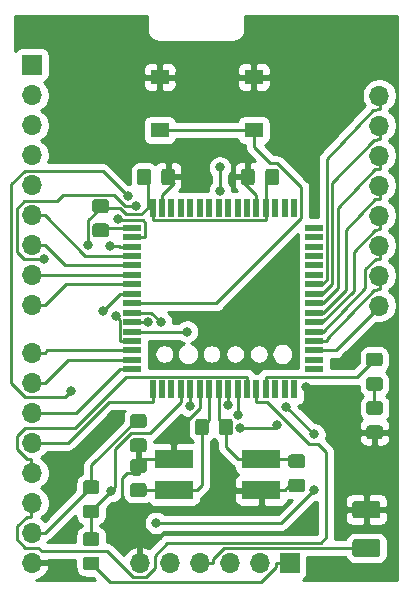
<source format=gbr>
G04 #@! TF.GenerationSoftware,KiCad,Pcbnew,(5.1.5-0-10_14)*
G04 #@! TF.CreationDate,2020-11-09T16:05:26+01:00*
G04 #@! TF.ProjectId,ATmega128_CC1101_Board,41546d65-6761-4313-9238-5f4343313130,rev?*
G04 #@! TF.SameCoordinates,Original*
G04 #@! TF.FileFunction,Copper,L1,Top*
G04 #@! TF.FilePolarity,Positive*
%FSLAX46Y46*%
G04 Gerber Fmt 4.6, Leading zero omitted, Abs format (unit mm)*
G04 Created by KiCad (PCBNEW (5.1.5-0-10_14)) date 2020-11-09 16:05:26*
%MOMM*%
%LPD*%
G04 APERTURE LIST*
%ADD10R,1.700000X1.700000*%
%ADD11O,1.700000X1.700000*%
%ADD12R,1.550000X1.300000*%
%ADD13C,0.100000*%
%ADD14R,3.300000X1.540000*%
%ADD15R,0.550000X1.500000*%
%ADD16R,1.500000X0.550000*%
%ADD17C,0.800000*%
%ADD18C,0.250000*%
%ADD19C,0.254000*%
G04 APERTURE END LIST*
D10*
X102400000Y-67600000D03*
D11*
X102400000Y-87980000D03*
X102400000Y-85440000D03*
X102400000Y-82900000D03*
X102400000Y-80360000D03*
X102400000Y-77820000D03*
X102400000Y-75280000D03*
X102400000Y-72740000D03*
X102400000Y-70200000D03*
X131800000Y-70220000D03*
X131800000Y-72760000D03*
X131800000Y-75300000D03*
X131800000Y-77840000D03*
X131800000Y-80380000D03*
X131800000Y-82920000D03*
X131800000Y-85460000D03*
X131800000Y-88000000D03*
X102400000Y-109780000D03*
X102400000Y-107240000D03*
X102400000Y-104700000D03*
X102400000Y-102160000D03*
X102400000Y-99620000D03*
X102400000Y-97080000D03*
X102400000Y-94540000D03*
X102400000Y-92000000D03*
D12*
X121180000Y-73150000D03*
X121180000Y-68650000D03*
X113220000Y-68650000D03*
X113220000Y-73150000D03*
G04 #@! TA.AperFunction,SMDPad,CuDef*
D13*
G36*
X131649504Y-104526204D02*
G01*
X131673773Y-104529804D01*
X131697571Y-104535765D01*
X131720671Y-104544030D01*
X131742849Y-104554520D01*
X131763893Y-104567133D01*
X131783598Y-104581747D01*
X131801777Y-104598223D01*
X131818253Y-104616402D01*
X131832867Y-104636107D01*
X131845480Y-104657151D01*
X131855970Y-104679329D01*
X131864235Y-104702429D01*
X131870196Y-104726227D01*
X131873796Y-104750496D01*
X131875000Y-104775000D01*
X131875000Y-105775000D01*
X131873796Y-105799504D01*
X131870196Y-105823773D01*
X131864235Y-105847571D01*
X131855970Y-105870671D01*
X131845480Y-105892849D01*
X131832867Y-105913893D01*
X131818253Y-105933598D01*
X131801777Y-105951777D01*
X131783598Y-105968253D01*
X131763893Y-105982867D01*
X131742849Y-105995480D01*
X131720671Y-106005970D01*
X131697571Y-106014235D01*
X131673773Y-106020196D01*
X131649504Y-106023796D01*
X131625000Y-106025000D01*
X129775000Y-106025000D01*
X129750496Y-106023796D01*
X129726227Y-106020196D01*
X129702429Y-106014235D01*
X129679329Y-106005970D01*
X129657151Y-105995480D01*
X129636107Y-105982867D01*
X129616402Y-105968253D01*
X129598223Y-105951777D01*
X129581747Y-105933598D01*
X129567133Y-105913893D01*
X129554520Y-105892849D01*
X129544030Y-105870671D01*
X129535765Y-105847571D01*
X129529804Y-105823773D01*
X129526204Y-105799504D01*
X129525000Y-105775000D01*
X129525000Y-104775000D01*
X129526204Y-104750496D01*
X129529804Y-104726227D01*
X129535765Y-104702429D01*
X129544030Y-104679329D01*
X129554520Y-104657151D01*
X129567133Y-104636107D01*
X129581747Y-104616402D01*
X129598223Y-104598223D01*
X129616402Y-104581747D01*
X129636107Y-104567133D01*
X129657151Y-104554520D01*
X129679329Y-104544030D01*
X129702429Y-104535765D01*
X129726227Y-104529804D01*
X129750496Y-104526204D01*
X129775000Y-104525000D01*
X131625000Y-104525000D01*
X131649504Y-104526204D01*
G37*
G04 #@! TD.AperFunction*
G04 #@! TA.AperFunction,SMDPad,CuDef*
G36*
X131649504Y-107776204D02*
G01*
X131673773Y-107779804D01*
X131697571Y-107785765D01*
X131720671Y-107794030D01*
X131742849Y-107804520D01*
X131763893Y-107817133D01*
X131783598Y-107831747D01*
X131801777Y-107848223D01*
X131818253Y-107866402D01*
X131832867Y-107886107D01*
X131845480Y-107907151D01*
X131855970Y-107929329D01*
X131864235Y-107952429D01*
X131870196Y-107976227D01*
X131873796Y-108000496D01*
X131875000Y-108025000D01*
X131875000Y-109025000D01*
X131873796Y-109049504D01*
X131870196Y-109073773D01*
X131864235Y-109097571D01*
X131855970Y-109120671D01*
X131845480Y-109142849D01*
X131832867Y-109163893D01*
X131818253Y-109183598D01*
X131801777Y-109201777D01*
X131783598Y-109218253D01*
X131763893Y-109232867D01*
X131742849Y-109245480D01*
X131720671Y-109255970D01*
X131697571Y-109264235D01*
X131673773Y-109270196D01*
X131649504Y-109273796D01*
X131625000Y-109275000D01*
X129775000Y-109275000D01*
X129750496Y-109273796D01*
X129726227Y-109270196D01*
X129702429Y-109264235D01*
X129679329Y-109255970D01*
X129657151Y-109245480D01*
X129636107Y-109232867D01*
X129616402Y-109218253D01*
X129598223Y-109201777D01*
X129581747Y-109183598D01*
X129567133Y-109163893D01*
X129554520Y-109142849D01*
X129544030Y-109120671D01*
X129535765Y-109097571D01*
X129529804Y-109073773D01*
X129526204Y-109049504D01*
X129525000Y-109025000D01*
X129525000Y-108025000D01*
X129526204Y-108000496D01*
X129529804Y-107976227D01*
X129535765Y-107952429D01*
X129544030Y-107929329D01*
X129554520Y-107907151D01*
X129567133Y-107886107D01*
X129581747Y-107866402D01*
X129598223Y-107848223D01*
X129616402Y-107831747D01*
X129636107Y-107817133D01*
X129657151Y-107804520D01*
X129679329Y-107794030D01*
X129702429Y-107785765D01*
X129726227Y-107779804D01*
X129750496Y-107776204D01*
X129775000Y-107775000D01*
X131625000Y-107775000D01*
X131649504Y-107776204D01*
G37*
G04 #@! TD.AperFunction*
G04 #@! TA.AperFunction,SMDPad,CuDef*
G36*
X117124505Y-97601204D02*
G01*
X117148773Y-97604804D01*
X117172572Y-97610765D01*
X117195671Y-97619030D01*
X117217850Y-97629520D01*
X117238893Y-97642132D01*
X117258599Y-97656747D01*
X117276777Y-97673223D01*
X117293253Y-97691401D01*
X117307868Y-97711107D01*
X117320480Y-97732150D01*
X117330970Y-97754329D01*
X117339235Y-97777428D01*
X117345196Y-97801227D01*
X117348796Y-97825495D01*
X117350000Y-97849999D01*
X117350000Y-98750001D01*
X117348796Y-98774505D01*
X117345196Y-98798773D01*
X117339235Y-98822572D01*
X117330970Y-98845671D01*
X117320480Y-98867850D01*
X117307868Y-98888893D01*
X117293253Y-98908599D01*
X117276777Y-98926777D01*
X117258599Y-98943253D01*
X117238893Y-98957868D01*
X117217850Y-98970480D01*
X117195671Y-98980970D01*
X117172572Y-98989235D01*
X117148773Y-98995196D01*
X117124505Y-98998796D01*
X117100001Y-99000000D01*
X116449999Y-99000000D01*
X116425495Y-98998796D01*
X116401227Y-98995196D01*
X116377428Y-98989235D01*
X116354329Y-98980970D01*
X116332150Y-98970480D01*
X116311107Y-98957868D01*
X116291401Y-98943253D01*
X116273223Y-98926777D01*
X116256747Y-98908599D01*
X116242132Y-98888893D01*
X116229520Y-98867850D01*
X116219030Y-98845671D01*
X116210765Y-98822572D01*
X116204804Y-98798773D01*
X116201204Y-98774505D01*
X116200000Y-98750001D01*
X116200000Y-97849999D01*
X116201204Y-97825495D01*
X116204804Y-97801227D01*
X116210765Y-97777428D01*
X116219030Y-97754329D01*
X116229520Y-97732150D01*
X116242132Y-97711107D01*
X116256747Y-97691401D01*
X116273223Y-97673223D01*
X116291401Y-97656747D01*
X116311107Y-97642132D01*
X116332150Y-97629520D01*
X116354329Y-97619030D01*
X116377428Y-97610765D01*
X116401227Y-97604804D01*
X116425495Y-97601204D01*
X116449999Y-97600000D01*
X117100001Y-97600000D01*
X117124505Y-97601204D01*
G37*
G04 #@! TD.AperFunction*
G04 #@! TA.AperFunction,SMDPad,CuDef*
G36*
X119174505Y-97601204D02*
G01*
X119198773Y-97604804D01*
X119222572Y-97610765D01*
X119245671Y-97619030D01*
X119267850Y-97629520D01*
X119288893Y-97642132D01*
X119308599Y-97656747D01*
X119326777Y-97673223D01*
X119343253Y-97691401D01*
X119357868Y-97711107D01*
X119370480Y-97732150D01*
X119380970Y-97754329D01*
X119389235Y-97777428D01*
X119395196Y-97801227D01*
X119398796Y-97825495D01*
X119400000Y-97849999D01*
X119400000Y-98750001D01*
X119398796Y-98774505D01*
X119395196Y-98798773D01*
X119389235Y-98822572D01*
X119380970Y-98845671D01*
X119370480Y-98867850D01*
X119357868Y-98888893D01*
X119343253Y-98908599D01*
X119326777Y-98926777D01*
X119308599Y-98943253D01*
X119288893Y-98957868D01*
X119267850Y-98970480D01*
X119245671Y-98980970D01*
X119222572Y-98989235D01*
X119198773Y-98995196D01*
X119174505Y-98998796D01*
X119150001Y-99000000D01*
X118499999Y-99000000D01*
X118475495Y-98998796D01*
X118451227Y-98995196D01*
X118427428Y-98989235D01*
X118404329Y-98980970D01*
X118382150Y-98970480D01*
X118361107Y-98957868D01*
X118341401Y-98943253D01*
X118323223Y-98926777D01*
X118306747Y-98908599D01*
X118292132Y-98888893D01*
X118279520Y-98867850D01*
X118269030Y-98845671D01*
X118260765Y-98822572D01*
X118254804Y-98798773D01*
X118251204Y-98774505D01*
X118250000Y-98750001D01*
X118250000Y-97849999D01*
X118251204Y-97825495D01*
X118254804Y-97801227D01*
X118260765Y-97777428D01*
X118269030Y-97754329D01*
X118279520Y-97732150D01*
X118292132Y-97711107D01*
X118306747Y-97691401D01*
X118323223Y-97673223D01*
X118341401Y-97656747D01*
X118361107Y-97642132D01*
X118382150Y-97629520D01*
X118404329Y-97619030D01*
X118427428Y-97610765D01*
X118451227Y-97604804D01*
X118475495Y-97601204D01*
X118499999Y-97600000D01*
X119150001Y-97600000D01*
X119174505Y-97601204D01*
G37*
G04 #@! TD.AperFunction*
D14*
X121800000Y-103620000D03*
X114400000Y-103620000D03*
X114400000Y-100980000D03*
X121800000Y-100980000D03*
G04 #@! TA.AperFunction,SMDPad,CuDef*
D13*
G36*
X111874505Y-99251204D02*
G01*
X111898773Y-99254804D01*
X111922572Y-99260765D01*
X111945671Y-99269030D01*
X111967850Y-99279520D01*
X111988893Y-99292132D01*
X112008599Y-99306747D01*
X112026777Y-99323223D01*
X112043253Y-99341401D01*
X112057868Y-99361107D01*
X112070480Y-99382150D01*
X112080970Y-99404329D01*
X112089235Y-99427428D01*
X112095196Y-99451227D01*
X112098796Y-99475495D01*
X112100000Y-99499999D01*
X112100000Y-100150001D01*
X112098796Y-100174505D01*
X112095196Y-100198773D01*
X112089235Y-100222572D01*
X112080970Y-100245671D01*
X112070480Y-100267850D01*
X112057868Y-100288893D01*
X112043253Y-100308599D01*
X112026777Y-100326777D01*
X112008599Y-100343253D01*
X111988893Y-100357868D01*
X111967850Y-100370480D01*
X111945671Y-100380970D01*
X111922572Y-100389235D01*
X111898773Y-100395196D01*
X111874505Y-100398796D01*
X111850001Y-100400000D01*
X110949999Y-100400000D01*
X110925495Y-100398796D01*
X110901227Y-100395196D01*
X110877428Y-100389235D01*
X110854329Y-100380970D01*
X110832150Y-100370480D01*
X110811107Y-100357868D01*
X110791401Y-100343253D01*
X110773223Y-100326777D01*
X110756747Y-100308599D01*
X110742132Y-100288893D01*
X110729520Y-100267850D01*
X110719030Y-100245671D01*
X110710765Y-100222572D01*
X110704804Y-100198773D01*
X110701204Y-100174505D01*
X110700000Y-100150001D01*
X110700000Y-99499999D01*
X110701204Y-99475495D01*
X110704804Y-99451227D01*
X110710765Y-99427428D01*
X110719030Y-99404329D01*
X110729520Y-99382150D01*
X110742132Y-99361107D01*
X110756747Y-99341401D01*
X110773223Y-99323223D01*
X110791401Y-99306747D01*
X110811107Y-99292132D01*
X110832150Y-99279520D01*
X110854329Y-99269030D01*
X110877428Y-99260765D01*
X110901227Y-99254804D01*
X110925495Y-99251204D01*
X110949999Y-99250000D01*
X111850001Y-99250000D01*
X111874505Y-99251204D01*
G37*
G04 #@! TD.AperFunction*
G04 #@! TA.AperFunction,SMDPad,CuDef*
G36*
X111874505Y-97201204D02*
G01*
X111898773Y-97204804D01*
X111922572Y-97210765D01*
X111945671Y-97219030D01*
X111967850Y-97229520D01*
X111988893Y-97242132D01*
X112008599Y-97256747D01*
X112026777Y-97273223D01*
X112043253Y-97291401D01*
X112057868Y-97311107D01*
X112070480Y-97332150D01*
X112080970Y-97354329D01*
X112089235Y-97377428D01*
X112095196Y-97401227D01*
X112098796Y-97425495D01*
X112100000Y-97449999D01*
X112100000Y-98100001D01*
X112098796Y-98124505D01*
X112095196Y-98148773D01*
X112089235Y-98172572D01*
X112080970Y-98195671D01*
X112070480Y-98217850D01*
X112057868Y-98238893D01*
X112043253Y-98258599D01*
X112026777Y-98276777D01*
X112008599Y-98293253D01*
X111988893Y-98307868D01*
X111967850Y-98320480D01*
X111945671Y-98330970D01*
X111922572Y-98339235D01*
X111898773Y-98345196D01*
X111874505Y-98348796D01*
X111850001Y-98350000D01*
X110949999Y-98350000D01*
X110925495Y-98348796D01*
X110901227Y-98345196D01*
X110877428Y-98339235D01*
X110854329Y-98330970D01*
X110832150Y-98320480D01*
X110811107Y-98307868D01*
X110791401Y-98293253D01*
X110773223Y-98276777D01*
X110756747Y-98258599D01*
X110742132Y-98238893D01*
X110729520Y-98217850D01*
X110719030Y-98195671D01*
X110710765Y-98172572D01*
X110704804Y-98148773D01*
X110701204Y-98124505D01*
X110700000Y-98100001D01*
X110700000Y-97449999D01*
X110701204Y-97425495D01*
X110704804Y-97401227D01*
X110710765Y-97377428D01*
X110719030Y-97354329D01*
X110729520Y-97332150D01*
X110742132Y-97311107D01*
X110756747Y-97291401D01*
X110773223Y-97273223D01*
X110791401Y-97256747D01*
X110811107Y-97242132D01*
X110832150Y-97229520D01*
X110854329Y-97219030D01*
X110877428Y-97210765D01*
X110901227Y-97204804D01*
X110925495Y-97201204D01*
X110949999Y-97200000D01*
X111850001Y-97200000D01*
X111874505Y-97201204D01*
G37*
G04 #@! TD.AperFunction*
D15*
X112600000Y-79700000D03*
X113400000Y-79700000D03*
X114200000Y-79700000D03*
X115000000Y-79700000D03*
X115800000Y-79700000D03*
X116600000Y-79700000D03*
X117400000Y-79700000D03*
X118200000Y-79700000D03*
X119000000Y-79700000D03*
X119800000Y-79700000D03*
X120600000Y-79700000D03*
X121400000Y-79700000D03*
X122200000Y-79700000D03*
X123000000Y-79700000D03*
X123800000Y-79700000D03*
X124600000Y-79700000D03*
D16*
X126300000Y-81400000D03*
X126300000Y-82200000D03*
X126300000Y-83000000D03*
X126300000Y-83800000D03*
X126300000Y-84600000D03*
X126300000Y-85400000D03*
X126300000Y-86200000D03*
X126300000Y-87000000D03*
X126300000Y-87800000D03*
X126300000Y-88600000D03*
X126300000Y-89400000D03*
X126300000Y-90200000D03*
X126300000Y-91000000D03*
X126300000Y-91800000D03*
X126300000Y-92600000D03*
X126300000Y-93400000D03*
D15*
X124600000Y-95100000D03*
X123800000Y-95100000D03*
X123000000Y-95100000D03*
X122200000Y-95100000D03*
X121400000Y-95100000D03*
X120600000Y-95100000D03*
X119800000Y-95100000D03*
X119000000Y-95100000D03*
X118200000Y-95100000D03*
X117400000Y-95100000D03*
X116600000Y-95100000D03*
X115800000Y-95100000D03*
X115000000Y-95100000D03*
X114200000Y-95100000D03*
X113400000Y-95100000D03*
X112600000Y-95100000D03*
D16*
X110900000Y-93400000D03*
X110900000Y-92600000D03*
X110900000Y-91800000D03*
X110900000Y-91000000D03*
X110900000Y-90200000D03*
X110900000Y-89400000D03*
X110900000Y-88600000D03*
X110900000Y-87800000D03*
X110900000Y-87000000D03*
X110900000Y-86200000D03*
X110900000Y-85400000D03*
X110900000Y-84600000D03*
X110900000Y-83800000D03*
X110900000Y-83000000D03*
X110900000Y-82200000D03*
X110900000Y-81400000D03*
G04 #@! TA.AperFunction,SMDPad,CuDef*
D13*
G36*
X108674505Y-79001204D02*
G01*
X108698773Y-79004804D01*
X108722572Y-79010765D01*
X108745671Y-79019030D01*
X108767850Y-79029520D01*
X108788893Y-79042132D01*
X108808599Y-79056747D01*
X108826777Y-79073223D01*
X108843253Y-79091401D01*
X108857868Y-79111107D01*
X108870480Y-79132150D01*
X108880970Y-79154329D01*
X108889235Y-79177428D01*
X108895196Y-79201227D01*
X108898796Y-79225495D01*
X108900000Y-79249999D01*
X108900000Y-79900001D01*
X108898796Y-79924505D01*
X108895196Y-79948773D01*
X108889235Y-79972572D01*
X108880970Y-79995671D01*
X108870480Y-80017850D01*
X108857868Y-80038893D01*
X108843253Y-80058599D01*
X108826777Y-80076777D01*
X108808599Y-80093253D01*
X108788893Y-80107868D01*
X108767850Y-80120480D01*
X108745671Y-80130970D01*
X108722572Y-80139235D01*
X108698773Y-80145196D01*
X108674505Y-80148796D01*
X108650001Y-80150000D01*
X107749999Y-80150000D01*
X107725495Y-80148796D01*
X107701227Y-80145196D01*
X107677428Y-80139235D01*
X107654329Y-80130970D01*
X107632150Y-80120480D01*
X107611107Y-80107868D01*
X107591401Y-80093253D01*
X107573223Y-80076777D01*
X107556747Y-80058599D01*
X107542132Y-80038893D01*
X107529520Y-80017850D01*
X107519030Y-79995671D01*
X107510765Y-79972572D01*
X107504804Y-79948773D01*
X107501204Y-79924505D01*
X107500000Y-79900001D01*
X107500000Y-79249999D01*
X107501204Y-79225495D01*
X107504804Y-79201227D01*
X107510765Y-79177428D01*
X107519030Y-79154329D01*
X107529520Y-79132150D01*
X107542132Y-79111107D01*
X107556747Y-79091401D01*
X107573223Y-79073223D01*
X107591401Y-79056747D01*
X107611107Y-79042132D01*
X107632150Y-79029520D01*
X107654329Y-79019030D01*
X107677428Y-79010765D01*
X107701227Y-79004804D01*
X107725495Y-79001204D01*
X107749999Y-79000000D01*
X108650001Y-79000000D01*
X108674505Y-79001204D01*
G37*
G04 #@! TD.AperFunction*
G04 #@! TA.AperFunction,SMDPad,CuDef*
G36*
X108674505Y-81051204D02*
G01*
X108698773Y-81054804D01*
X108722572Y-81060765D01*
X108745671Y-81069030D01*
X108767850Y-81079520D01*
X108788893Y-81092132D01*
X108808599Y-81106747D01*
X108826777Y-81123223D01*
X108843253Y-81141401D01*
X108857868Y-81161107D01*
X108870480Y-81182150D01*
X108880970Y-81204329D01*
X108889235Y-81227428D01*
X108895196Y-81251227D01*
X108898796Y-81275495D01*
X108900000Y-81299999D01*
X108900000Y-81950001D01*
X108898796Y-81974505D01*
X108895196Y-81998773D01*
X108889235Y-82022572D01*
X108880970Y-82045671D01*
X108870480Y-82067850D01*
X108857868Y-82088893D01*
X108843253Y-82108599D01*
X108826777Y-82126777D01*
X108808599Y-82143253D01*
X108788893Y-82157868D01*
X108767850Y-82170480D01*
X108745671Y-82180970D01*
X108722572Y-82189235D01*
X108698773Y-82195196D01*
X108674505Y-82198796D01*
X108650001Y-82200000D01*
X107749999Y-82200000D01*
X107725495Y-82198796D01*
X107701227Y-82195196D01*
X107677428Y-82189235D01*
X107654329Y-82180970D01*
X107632150Y-82170480D01*
X107611107Y-82157868D01*
X107591401Y-82143253D01*
X107573223Y-82126777D01*
X107556747Y-82108599D01*
X107542132Y-82088893D01*
X107529520Y-82067850D01*
X107519030Y-82045671D01*
X107510765Y-82022572D01*
X107504804Y-81998773D01*
X107501204Y-81974505D01*
X107500000Y-81950001D01*
X107500000Y-81299999D01*
X107501204Y-81275495D01*
X107504804Y-81251227D01*
X107510765Y-81227428D01*
X107519030Y-81204329D01*
X107529520Y-81182150D01*
X107542132Y-81161107D01*
X107556747Y-81141401D01*
X107573223Y-81123223D01*
X107591401Y-81106747D01*
X107611107Y-81092132D01*
X107632150Y-81079520D01*
X107654329Y-81069030D01*
X107677428Y-81060765D01*
X107701227Y-81054804D01*
X107725495Y-81051204D01*
X107749999Y-81050000D01*
X108650001Y-81050000D01*
X108674505Y-81051204D01*
G37*
G04 #@! TD.AperFunction*
G04 #@! TA.AperFunction,SMDPad,CuDef*
G36*
X131854505Y-94051204D02*
G01*
X131878773Y-94054804D01*
X131902572Y-94060765D01*
X131925671Y-94069030D01*
X131947850Y-94079520D01*
X131968893Y-94092132D01*
X131988599Y-94106747D01*
X132006777Y-94123223D01*
X132023253Y-94141401D01*
X132037868Y-94161107D01*
X132050480Y-94182150D01*
X132060970Y-94204329D01*
X132069235Y-94227428D01*
X132075196Y-94251227D01*
X132078796Y-94275495D01*
X132080000Y-94299999D01*
X132080000Y-94950001D01*
X132078796Y-94974505D01*
X132075196Y-94998773D01*
X132069235Y-95022572D01*
X132060970Y-95045671D01*
X132050480Y-95067850D01*
X132037868Y-95088893D01*
X132023253Y-95108599D01*
X132006777Y-95126777D01*
X131988599Y-95143253D01*
X131968893Y-95157868D01*
X131947850Y-95170480D01*
X131925671Y-95180970D01*
X131902572Y-95189235D01*
X131878773Y-95195196D01*
X131854505Y-95198796D01*
X131830001Y-95200000D01*
X130929999Y-95200000D01*
X130905495Y-95198796D01*
X130881227Y-95195196D01*
X130857428Y-95189235D01*
X130834329Y-95180970D01*
X130812150Y-95170480D01*
X130791107Y-95157868D01*
X130771401Y-95143253D01*
X130753223Y-95126777D01*
X130736747Y-95108599D01*
X130722132Y-95088893D01*
X130709520Y-95067850D01*
X130699030Y-95045671D01*
X130690765Y-95022572D01*
X130684804Y-94998773D01*
X130681204Y-94974505D01*
X130680000Y-94950001D01*
X130680000Y-94299999D01*
X130681204Y-94275495D01*
X130684804Y-94251227D01*
X130690765Y-94227428D01*
X130699030Y-94204329D01*
X130709520Y-94182150D01*
X130722132Y-94161107D01*
X130736747Y-94141401D01*
X130753223Y-94123223D01*
X130771401Y-94106747D01*
X130791107Y-94092132D01*
X130812150Y-94079520D01*
X130834329Y-94069030D01*
X130857428Y-94060765D01*
X130881227Y-94054804D01*
X130905495Y-94051204D01*
X130929999Y-94050000D01*
X131830001Y-94050000D01*
X131854505Y-94051204D01*
G37*
G04 #@! TD.AperFunction*
G04 #@! TA.AperFunction,SMDPad,CuDef*
G36*
X131854505Y-92001204D02*
G01*
X131878773Y-92004804D01*
X131902572Y-92010765D01*
X131925671Y-92019030D01*
X131947850Y-92029520D01*
X131968893Y-92042132D01*
X131988599Y-92056747D01*
X132006777Y-92073223D01*
X132023253Y-92091401D01*
X132037868Y-92111107D01*
X132050480Y-92132150D01*
X132060970Y-92154329D01*
X132069235Y-92177428D01*
X132075196Y-92201227D01*
X132078796Y-92225495D01*
X132080000Y-92249999D01*
X132080000Y-92900001D01*
X132078796Y-92924505D01*
X132075196Y-92948773D01*
X132069235Y-92972572D01*
X132060970Y-92995671D01*
X132050480Y-93017850D01*
X132037868Y-93038893D01*
X132023253Y-93058599D01*
X132006777Y-93076777D01*
X131988599Y-93093253D01*
X131968893Y-93107868D01*
X131947850Y-93120480D01*
X131925671Y-93130970D01*
X131902572Y-93139235D01*
X131878773Y-93145196D01*
X131854505Y-93148796D01*
X131830001Y-93150000D01*
X130929999Y-93150000D01*
X130905495Y-93148796D01*
X130881227Y-93145196D01*
X130857428Y-93139235D01*
X130834329Y-93130970D01*
X130812150Y-93120480D01*
X130791107Y-93107868D01*
X130771401Y-93093253D01*
X130753223Y-93076777D01*
X130736747Y-93058599D01*
X130722132Y-93038893D01*
X130709520Y-93017850D01*
X130699030Y-92995671D01*
X130690765Y-92972572D01*
X130684804Y-92948773D01*
X130681204Y-92924505D01*
X130680000Y-92900001D01*
X130680000Y-92249999D01*
X130681204Y-92225495D01*
X130684804Y-92201227D01*
X130690765Y-92177428D01*
X130699030Y-92154329D01*
X130709520Y-92132150D01*
X130722132Y-92111107D01*
X130736747Y-92091401D01*
X130753223Y-92073223D01*
X130771401Y-92056747D01*
X130791107Y-92042132D01*
X130812150Y-92029520D01*
X130834329Y-92019030D01*
X130857428Y-92010765D01*
X130881227Y-92004804D01*
X130905495Y-92001204D01*
X130929999Y-92000000D01*
X131830001Y-92000000D01*
X131854505Y-92001204D01*
G37*
G04 #@! TD.AperFunction*
G04 #@! TA.AperFunction,SMDPad,CuDef*
G36*
X107874505Y-104851204D02*
G01*
X107898773Y-104854804D01*
X107922572Y-104860765D01*
X107945671Y-104869030D01*
X107967850Y-104879520D01*
X107988893Y-104892132D01*
X108008599Y-104906747D01*
X108026777Y-104923223D01*
X108043253Y-104941401D01*
X108057868Y-104961107D01*
X108070480Y-104982150D01*
X108080970Y-105004329D01*
X108089235Y-105027428D01*
X108095196Y-105051227D01*
X108098796Y-105075495D01*
X108100000Y-105099999D01*
X108100000Y-105750001D01*
X108098796Y-105774505D01*
X108095196Y-105798773D01*
X108089235Y-105822572D01*
X108080970Y-105845671D01*
X108070480Y-105867850D01*
X108057868Y-105888893D01*
X108043253Y-105908599D01*
X108026777Y-105926777D01*
X108008599Y-105943253D01*
X107988893Y-105957868D01*
X107967850Y-105970480D01*
X107945671Y-105980970D01*
X107922572Y-105989235D01*
X107898773Y-105995196D01*
X107874505Y-105998796D01*
X107850001Y-106000000D01*
X106949999Y-106000000D01*
X106925495Y-105998796D01*
X106901227Y-105995196D01*
X106877428Y-105989235D01*
X106854329Y-105980970D01*
X106832150Y-105970480D01*
X106811107Y-105957868D01*
X106791401Y-105943253D01*
X106773223Y-105926777D01*
X106756747Y-105908599D01*
X106742132Y-105888893D01*
X106729520Y-105867850D01*
X106719030Y-105845671D01*
X106710765Y-105822572D01*
X106704804Y-105798773D01*
X106701204Y-105774505D01*
X106700000Y-105750001D01*
X106700000Y-105099999D01*
X106701204Y-105075495D01*
X106704804Y-105051227D01*
X106710765Y-105027428D01*
X106719030Y-105004329D01*
X106729520Y-104982150D01*
X106742132Y-104961107D01*
X106756747Y-104941401D01*
X106773223Y-104923223D01*
X106791401Y-104906747D01*
X106811107Y-104892132D01*
X106832150Y-104879520D01*
X106854329Y-104869030D01*
X106877428Y-104860765D01*
X106901227Y-104854804D01*
X106925495Y-104851204D01*
X106949999Y-104850000D01*
X107850001Y-104850000D01*
X107874505Y-104851204D01*
G37*
G04 #@! TD.AperFunction*
G04 #@! TA.AperFunction,SMDPad,CuDef*
G36*
X107874505Y-102801204D02*
G01*
X107898773Y-102804804D01*
X107922572Y-102810765D01*
X107945671Y-102819030D01*
X107967850Y-102829520D01*
X107988893Y-102842132D01*
X108008599Y-102856747D01*
X108026777Y-102873223D01*
X108043253Y-102891401D01*
X108057868Y-102911107D01*
X108070480Y-102932150D01*
X108080970Y-102954329D01*
X108089235Y-102977428D01*
X108095196Y-103001227D01*
X108098796Y-103025495D01*
X108100000Y-103049999D01*
X108100000Y-103700001D01*
X108098796Y-103724505D01*
X108095196Y-103748773D01*
X108089235Y-103772572D01*
X108080970Y-103795671D01*
X108070480Y-103817850D01*
X108057868Y-103838893D01*
X108043253Y-103858599D01*
X108026777Y-103876777D01*
X108008599Y-103893253D01*
X107988893Y-103907868D01*
X107967850Y-103920480D01*
X107945671Y-103930970D01*
X107922572Y-103939235D01*
X107898773Y-103945196D01*
X107874505Y-103948796D01*
X107850001Y-103950000D01*
X106949999Y-103950000D01*
X106925495Y-103948796D01*
X106901227Y-103945196D01*
X106877428Y-103939235D01*
X106854329Y-103930970D01*
X106832150Y-103920480D01*
X106811107Y-103907868D01*
X106791401Y-103893253D01*
X106773223Y-103876777D01*
X106756747Y-103858599D01*
X106742132Y-103838893D01*
X106729520Y-103817850D01*
X106719030Y-103795671D01*
X106710765Y-103772572D01*
X106704804Y-103748773D01*
X106701204Y-103724505D01*
X106700000Y-103700001D01*
X106700000Y-103049999D01*
X106701204Y-103025495D01*
X106704804Y-103001227D01*
X106710765Y-102977428D01*
X106719030Y-102954329D01*
X106729520Y-102932150D01*
X106742132Y-102911107D01*
X106756747Y-102891401D01*
X106773223Y-102873223D01*
X106791401Y-102856747D01*
X106811107Y-102842132D01*
X106832150Y-102829520D01*
X106854329Y-102819030D01*
X106877428Y-102810765D01*
X106901227Y-102804804D01*
X106925495Y-102801204D01*
X106949999Y-102800000D01*
X107850001Y-102800000D01*
X107874505Y-102801204D01*
G37*
G04 #@! TD.AperFunction*
D11*
X111500000Y-109800000D03*
X114040000Y-109800000D03*
X116580000Y-109800000D03*
X119120000Y-109800000D03*
X121660000Y-109800000D03*
D10*
X124200000Y-109800000D03*
G04 #@! TA.AperFunction,SMDPad,CuDef*
D13*
G36*
X131874505Y-96101204D02*
G01*
X131898773Y-96104804D01*
X131922572Y-96110765D01*
X131945671Y-96119030D01*
X131967850Y-96129520D01*
X131988893Y-96142132D01*
X132008599Y-96156747D01*
X132026777Y-96173223D01*
X132043253Y-96191401D01*
X132057868Y-96211107D01*
X132070480Y-96232150D01*
X132080970Y-96254329D01*
X132089235Y-96277428D01*
X132095196Y-96301227D01*
X132098796Y-96325495D01*
X132100000Y-96349999D01*
X132100000Y-97000001D01*
X132098796Y-97024505D01*
X132095196Y-97048773D01*
X132089235Y-97072572D01*
X132080970Y-97095671D01*
X132070480Y-97117850D01*
X132057868Y-97138893D01*
X132043253Y-97158599D01*
X132026777Y-97176777D01*
X132008599Y-97193253D01*
X131988893Y-97207868D01*
X131967850Y-97220480D01*
X131945671Y-97230970D01*
X131922572Y-97239235D01*
X131898773Y-97245196D01*
X131874505Y-97248796D01*
X131850001Y-97250000D01*
X130949999Y-97250000D01*
X130925495Y-97248796D01*
X130901227Y-97245196D01*
X130877428Y-97239235D01*
X130854329Y-97230970D01*
X130832150Y-97220480D01*
X130811107Y-97207868D01*
X130791401Y-97193253D01*
X130773223Y-97176777D01*
X130756747Y-97158599D01*
X130742132Y-97138893D01*
X130729520Y-97117850D01*
X130719030Y-97095671D01*
X130710765Y-97072572D01*
X130704804Y-97048773D01*
X130701204Y-97024505D01*
X130700000Y-97000001D01*
X130700000Y-96349999D01*
X130701204Y-96325495D01*
X130704804Y-96301227D01*
X130710765Y-96277428D01*
X130719030Y-96254329D01*
X130729520Y-96232150D01*
X130742132Y-96211107D01*
X130756747Y-96191401D01*
X130773223Y-96173223D01*
X130791401Y-96156747D01*
X130811107Y-96142132D01*
X130832150Y-96129520D01*
X130854329Y-96119030D01*
X130877428Y-96110765D01*
X130901227Y-96104804D01*
X130925495Y-96101204D01*
X130949999Y-96100000D01*
X131850001Y-96100000D01*
X131874505Y-96101204D01*
G37*
G04 #@! TD.AperFunction*
G04 #@! TA.AperFunction,SMDPad,CuDef*
G36*
X131874505Y-98151204D02*
G01*
X131898773Y-98154804D01*
X131922572Y-98160765D01*
X131945671Y-98169030D01*
X131967850Y-98179520D01*
X131988893Y-98192132D01*
X132008599Y-98206747D01*
X132026777Y-98223223D01*
X132043253Y-98241401D01*
X132057868Y-98261107D01*
X132070480Y-98282150D01*
X132080970Y-98304329D01*
X132089235Y-98327428D01*
X132095196Y-98351227D01*
X132098796Y-98375495D01*
X132100000Y-98399999D01*
X132100000Y-99050001D01*
X132098796Y-99074505D01*
X132095196Y-99098773D01*
X132089235Y-99122572D01*
X132080970Y-99145671D01*
X132070480Y-99167850D01*
X132057868Y-99188893D01*
X132043253Y-99208599D01*
X132026777Y-99226777D01*
X132008599Y-99243253D01*
X131988893Y-99257868D01*
X131967850Y-99270480D01*
X131945671Y-99280970D01*
X131922572Y-99289235D01*
X131898773Y-99295196D01*
X131874505Y-99298796D01*
X131850001Y-99300000D01*
X130949999Y-99300000D01*
X130925495Y-99298796D01*
X130901227Y-99295196D01*
X130877428Y-99289235D01*
X130854329Y-99280970D01*
X130832150Y-99270480D01*
X130811107Y-99257868D01*
X130791401Y-99243253D01*
X130773223Y-99226777D01*
X130756747Y-99208599D01*
X130742132Y-99188893D01*
X130729520Y-99167850D01*
X130719030Y-99145671D01*
X130710765Y-99122572D01*
X130704804Y-99098773D01*
X130701204Y-99074505D01*
X130700000Y-99050001D01*
X130700000Y-98399999D01*
X130701204Y-98375495D01*
X130704804Y-98351227D01*
X130710765Y-98327428D01*
X130719030Y-98304329D01*
X130729520Y-98282150D01*
X130742132Y-98261107D01*
X130756747Y-98241401D01*
X130773223Y-98223223D01*
X130791401Y-98206747D01*
X130811107Y-98192132D01*
X130832150Y-98179520D01*
X130854329Y-98169030D01*
X130877428Y-98160765D01*
X130901227Y-98154804D01*
X130925495Y-98151204D01*
X130949999Y-98150000D01*
X131850001Y-98150000D01*
X131874505Y-98151204D01*
G37*
G04 #@! TD.AperFunction*
G04 #@! TA.AperFunction,SMDPad,CuDef*
G36*
X111874505Y-103051204D02*
G01*
X111898773Y-103054804D01*
X111922572Y-103060765D01*
X111945671Y-103069030D01*
X111967850Y-103079520D01*
X111988893Y-103092132D01*
X112008599Y-103106747D01*
X112026777Y-103123223D01*
X112043253Y-103141401D01*
X112057868Y-103161107D01*
X112070480Y-103182150D01*
X112080970Y-103204329D01*
X112089235Y-103227428D01*
X112095196Y-103251227D01*
X112098796Y-103275495D01*
X112100000Y-103299999D01*
X112100000Y-103950001D01*
X112098796Y-103974505D01*
X112095196Y-103998773D01*
X112089235Y-104022572D01*
X112080970Y-104045671D01*
X112070480Y-104067850D01*
X112057868Y-104088893D01*
X112043253Y-104108599D01*
X112026777Y-104126777D01*
X112008599Y-104143253D01*
X111988893Y-104157868D01*
X111967850Y-104170480D01*
X111945671Y-104180970D01*
X111922572Y-104189235D01*
X111898773Y-104195196D01*
X111874505Y-104198796D01*
X111850001Y-104200000D01*
X110949999Y-104200000D01*
X110925495Y-104198796D01*
X110901227Y-104195196D01*
X110877428Y-104189235D01*
X110854329Y-104180970D01*
X110832150Y-104170480D01*
X110811107Y-104157868D01*
X110791401Y-104143253D01*
X110773223Y-104126777D01*
X110756747Y-104108599D01*
X110742132Y-104088893D01*
X110729520Y-104067850D01*
X110719030Y-104045671D01*
X110710765Y-104022572D01*
X110704804Y-103998773D01*
X110701204Y-103974505D01*
X110700000Y-103950001D01*
X110700000Y-103299999D01*
X110701204Y-103275495D01*
X110704804Y-103251227D01*
X110710765Y-103227428D01*
X110719030Y-103204329D01*
X110729520Y-103182150D01*
X110742132Y-103161107D01*
X110756747Y-103141401D01*
X110773223Y-103123223D01*
X110791401Y-103106747D01*
X110811107Y-103092132D01*
X110832150Y-103079520D01*
X110854329Y-103069030D01*
X110877428Y-103060765D01*
X110901227Y-103054804D01*
X110925495Y-103051204D01*
X110949999Y-103050000D01*
X111850001Y-103050000D01*
X111874505Y-103051204D01*
G37*
G04 #@! TD.AperFunction*
G04 #@! TA.AperFunction,SMDPad,CuDef*
G36*
X111874505Y-101001204D02*
G01*
X111898773Y-101004804D01*
X111922572Y-101010765D01*
X111945671Y-101019030D01*
X111967850Y-101029520D01*
X111988893Y-101042132D01*
X112008599Y-101056747D01*
X112026777Y-101073223D01*
X112043253Y-101091401D01*
X112057868Y-101111107D01*
X112070480Y-101132150D01*
X112080970Y-101154329D01*
X112089235Y-101177428D01*
X112095196Y-101201227D01*
X112098796Y-101225495D01*
X112100000Y-101249999D01*
X112100000Y-101900001D01*
X112098796Y-101924505D01*
X112095196Y-101948773D01*
X112089235Y-101972572D01*
X112080970Y-101995671D01*
X112070480Y-102017850D01*
X112057868Y-102038893D01*
X112043253Y-102058599D01*
X112026777Y-102076777D01*
X112008599Y-102093253D01*
X111988893Y-102107868D01*
X111967850Y-102120480D01*
X111945671Y-102130970D01*
X111922572Y-102139235D01*
X111898773Y-102145196D01*
X111874505Y-102148796D01*
X111850001Y-102150000D01*
X110949999Y-102150000D01*
X110925495Y-102148796D01*
X110901227Y-102145196D01*
X110877428Y-102139235D01*
X110854329Y-102130970D01*
X110832150Y-102120480D01*
X110811107Y-102107868D01*
X110791401Y-102093253D01*
X110773223Y-102076777D01*
X110756747Y-102058599D01*
X110742132Y-102038893D01*
X110729520Y-102017850D01*
X110719030Y-101995671D01*
X110710765Y-101972572D01*
X110704804Y-101948773D01*
X110701204Y-101924505D01*
X110700000Y-101900001D01*
X110700000Y-101249999D01*
X110701204Y-101225495D01*
X110704804Y-101201227D01*
X110710765Y-101177428D01*
X110719030Y-101154329D01*
X110729520Y-101132150D01*
X110742132Y-101111107D01*
X110756747Y-101091401D01*
X110773223Y-101073223D01*
X110791401Y-101056747D01*
X110811107Y-101042132D01*
X110832150Y-101029520D01*
X110854329Y-101019030D01*
X110877428Y-101010765D01*
X110901227Y-101004804D01*
X110925495Y-101001204D01*
X110949999Y-101000000D01*
X111850001Y-101000000D01*
X111874505Y-101001204D01*
G37*
G04 #@! TD.AperFunction*
G04 #@! TA.AperFunction,SMDPad,CuDef*
G36*
X125274505Y-100601204D02*
G01*
X125298773Y-100604804D01*
X125322572Y-100610765D01*
X125345671Y-100619030D01*
X125367850Y-100629520D01*
X125388893Y-100642132D01*
X125408599Y-100656747D01*
X125426777Y-100673223D01*
X125443253Y-100691401D01*
X125457868Y-100711107D01*
X125470480Y-100732150D01*
X125480970Y-100754329D01*
X125489235Y-100777428D01*
X125495196Y-100801227D01*
X125498796Y-100825495D01*
X125500000Y-100849999D01*
X125500000Y-101500001D01*
X125498796Y-101524505D01*
X125495196Y-101548773D01*
X125489235Y-101572572D01*
X125480970Y-101595671D01*
X125470480Y-101617850D01*
X125457868Y-101638893D01*
X125443253Y-101658599D01*
X125426777Y-101676777D01*
X125408599Y-101693253D01*
X125388893Y-101707868D01*
X125367850Y-101720480D01*
X125345671Y-101730970D01*
X125322572Y-101739235D01*
X125298773Y-101745196D01*
X125274505Y-101748796D01*
X125250001Y-101750000D01*
X124349999Y-101750000D01*
X124325495Y-101748796D01*
X124301227Y-101745196D01*
X124277428Y-101739235D01*
X124254329Y-101730970D01*
X124232150Y-101720480D01*
X124211107Y-101707868D01*
X124191401Y-101693253D01*
X124173223Y-101676777D01*
X124156747Y-101658599D01*
X124142132Y-101638893D01*
X124129520Y-101617850D01*
X124119030Y-101595671D01*
X124110765Y-101572572D01*
X124104804Y-101548773D01*
X124101204Y-101524505D01*
X124100000Y-101500001D01*
X124100000Y-100849999D01*
X124101204Y-100825495D01*
X124104804Y-100801227D01*
X124110765Y-100777428D01*
X124119030Y-100754329D01*
X124129520Y-100732150D01*
X124142132Y-100711107D01*
X124156747Y-100691401D01*
X124173223Y-100673223D01*
X124191401Y-100656747D01*
X124211107Y-100642132D01*
X124232150Y-100629520D01*
X124254329Y-100619030D01*
X124277428Y-100610765D01*
X124301227Y-100604804D01*
X124325495Y-100601204D01*
X124349999Y-100600000D01*
X125250001Y-100600000D01*
X125274505Y-100601204D01*
G37*
G04 #@! TD.AperFunction*
G04 #@! TA.AperFunction,SMDPad,CuDef*
G36*
X125274505Y-102651204D02*
G01*
X125298773Y-102654804D01*
X125322572Y-102660765D01*
X125345671Y-102669030D01*
X125367850Y-102679520D01*
X125388893Y-102692132D01*
X125408599Y-102706747D01*
X125426777Y-102723223D01*
X125443253Y-102741401D01*
X125457868Y-102761107D01*
X125470480Y-102782150D01*
X125480970Y-102804329D01*
X125489235Y-102827428D01*
X125495196Y-102851227D01*
X125498796Y-102875495D01*
X125500000Y-102899999D01*
X125500000Y-103550001D01*
X125498796Y-103574505D01*
X125495196Y-103598773D01*
X125489235Y-103622572D01*
X125480970Y-103645671D01*
X125470480Y-103667850D01*
X125457868Y-103688893D01*
X125443253Y-103708599D01*
X125426777Y-103726777D01*
X125408599Y-103743253D01*
X125388893Y-103757868D01*
X125367850Y-103770480D01*
X125345671Y-103780970D01*
X125322572Y-103789235D01*
X125298773Y-103795196D01*
X125274505Y-103798796D01*
X125250001Y-103800000D01*
X124349999Y-103800000D01*
X124325495Y-103798796D01*
X124301227Y-103795196D01*
X124277428Y-103789235D01*
X124254329Y-103780970D01*
X124232150Y-103770480D01*
X124211107Y-103757868D01*
X124191401Y-103743253D01*
X124173223Y-103726777D01*
X124156747Y-103708599D01*
X124142132Y-103688893D01*
X124129520Y-103667850D01*
X124119030Y-103645671D01*
X124110765Y-103622572D01*
X124104804Y-103598773D01*
X124101204Y-103574505D01*
X124100000Y-103550001D01*
X124100000Y-102899999D01*
X124101204Y-102875495D01*
X124104804Y-102851227D01*
X124110765Y-102827428D01*
X124119030Y-102804329D01*
X124129520Y-102782150D01*
X124142132Y-102761107D01*
X124156747Y-102741401D01*
X124173223Y-102723223D01*
X124191401Y-102706747D01*
X124211107Y-102692132D01*
X124232150Y-102679520D01*
X124254329Y-102669030D01*
X124277428Y-102660765D01*
X124301227Y-102654804D01*
X124325495Y-102651204D01*
X124349999Y-102650000D01*
X125250001Y-102650000D01*
X125274505Y-102651204D01*
G37*
G04 #@! TD.AperFunction*
G04 #@! TA.AperFunction,SMDPad,CuDef*
G36*
X121024505Y-76401204D02*
G01*
X121048773Y-76404804D01*
X121072572Y-76410765D01*
X121095671Y-76419030D01*
X121117850Y-76429520D01*
X121138893Y-76442132D01*
X121158599Y-76456747D01*
X121176777Y-76473223D01*
X121193253Y-76491401D01*
X121207868Y-76511107D01*
X121220480Y-76532150D01*
X121230970Y-76554329D01*
X121239235Y-76577428D01*
X121245196Y-76601227D01*
X121248796Y-76625495D01*
X121250000Y-76649999D01*
X121250000Y-77550001D01*
X121248796Y-77574505D01*
X121245196Y-77598773D01*
X121239235Y-77622572D01*
X121230970Y-77645671D01*
X121220480Y-77667850D01*
X121207868Y-77688893D01*
X121193253Y-77708599D01*
X121176777Y-77726777D01*
X121158599Y-77743253D01*
X121138893Y-77757868D01*
X121117850Y-77770480D01*
X121095671Y-77780970D01*
X121072572Y-77789235D01*
X121048773Y-77795196D01*
X121024505Y-77798796D01*
X121000001Y-77800000D01*
X120349999Y-77800000D01*
X120325495Y-77798796D01*
X120301227Y-77795196D01*
X120277428Y-77789235D01*
X120254329Y-77780970D01*
X120232150Y-77770480D01*
X120211107Y-77757868D01*
X120191401Y-77743253D01*
X120173223Y-77726777D01*
X120156747Y-77708599D01*
X120142132Y-77688893D01*
X120129520Y-77667850D01*
X120119030Y-77645671D01*
X120110765Y-77622572D01*
X120104804Y-77598773D01*
X120101204Y-77574505D01*
X120100000Y-77550001D01*
X120100000Y-76649999D01*
X120101204Y-76625495D01*
X120104804Y-76601227D01*
X120110765Y-76577428D01*
X120119030Y-76554329D01*
X120129520Y-76532150D01*
X120142132Y-76511107D01*
X120156747Y-76491401D01*
X120173223Y-76473223D01*
X120191401Y-76456747D01*
X120211107Y-76442132D01*
X120232150Y-76429520D01*
X120254329Y-76419030D01*
X120277428Y-76410765D01*
X120301227Y-76404804D01*
X120325495Y-76401204D01*
X120349999Y-76400000D01*
X121000001Y-76400000D01*
X121024505Y-76401204D01*
G37*
G04 #@! TD.AperFunction*
G04 #@! TA.AperFunction,SMDPad,CuDef*
G36*
X123074505Y-76401204D02*
G01*
X123098773Y-76404804D01*
X123122572Y-76410765D01*
X123145671Y-76419030D01*
X123167850Y-76429520D01*
X123188893Y-76442132D01*
X123208599Y-76456747D01*
X123226777Y-76473223D01*
X123243253Y-76491401D01*
X123257868Y-76511107D01*
X123270480Y-76532150D01*
X123280970Y-76554329D01*
X123289235Y-76577428D01*
X123295196Y-76601227D01*
X123298796Y-76625495D01*
X123300000Y-76649999D01*
X123300000Y-77550001D01*
X123298796Y-77574505D01*
X123295196Y-77598773D01*
X123289235Y-77622572D01*
X123280970Y-77645671D01*
X123270480Y-77667850D01*
X123257868Y-77688893D01*
X123243253Y-77708599D01*
X123226777Y-77726777D01*
X123208599Y-77743253D01*
X123188893Y-77757868D01*
X123167850Y-77770480D01*
X123145671Y-77780970D01*
X123122572Y-77789235D01*
X123098773Y-77795196D01*
X123074505Y-77798796D01*
X123050001Y-77800000D01*
X122399999Y-77800000D01*
X122375495Y-77798796D01*
X122351227Y-77795196D01*
X122327428Y-77789235D01*
X122304329Y-77780970D01*
X122282150Y-77770480D01*
X122261107Y-77757868D01*
X122241401Y-77743253D01*
X122223223Y-77726777D01*
X122206747Y-77708599D01*
X122192132Y-77688893D01*
X122179520Y-77667850D01*
X122169030Y-77645671D01*
X122160765Y-77622572D01*
X122154804Y-77598773D01*
X122151204Y-77574505D01*
X122150000Y-77550001D01*
X122150000Y-76649999D01*
X122151204Y-76625495D01*
X122154804Y-76601227D01*
X122160765Y-76577428D01*
X122169030Y-76554329D01*
X122179520Y-76532150D01*
X122192132Y-76511107D01*
X122206747Y-76491401D01*
X122223223Y-76473223D01*
X122241401Y-76456747D01*
X122261107Y-76442132D01*
X122282150Y-76429520D01*
X122304329Y-76419030D01*
X122327428Y-76410765D01*
X122351227Y-76404804D01*
X122375495Y-76401204D01*
X122399999Y-76400000D01*
X123050001Y-76400000D01*
X123074505Y-76401204D01*
G37*
G04 #@! TD.AperFunction*
G04 #@! TA.AperFunction,SMDPad,CuDef*
G36*
X114274505Y-76401204D02*
G01*
X114298773Y-76404804D01*
X114322572Y-76410765D01*
X114345671Y-76419030D01*
X114367850Y-76429520D01*
X114388893Y-76442132D01*
X114408599Y-76456747D01*
X114426777Y-76473223D01*
X114443253Y-76491401D01*
X114457868Y-76511107D01*
X114470480Y-76532150D01*
X114480970Y-76554329D01*
X114489235Y-76577428D01*
X114495196Y-76601227D01*
X114498796Y-76625495D01*
X114500000Y-76649999D01*
X114500000Y-77550001D01*
X114498796Y-77574505D01*
X114495196Y-77598773D01*
X114489235Y-77622572D01*
X114480970Y-77645671D01*
X114470480Y-77667850D01*
X114457868Y-77688893D01*
X114443253Y-77708599D01*
X114426777Y-77726777D01*
X114408599Y-77743253D01*
X114388893Y-77757868D01*
X114367850Y-77770480D01*
X114345671Y-77780970D01*
X114322572Y-77789235D01*
X114298773Y-77795196D01*
X114274505Y-77798796D01*
X114250001Y-77800000D01*
X113599999Y-77800000D01*
X113575495Y-77798796D01*
X113551227Y-77795196D01*
X113527428Y-77789235D01*
X113504329Y-77780970D01*
X113482150Y-77770480D01*
X113461107Y-77757868D01*
X113441401Y-77743253D01*
X113423223Y-77726777D01*
X113406747Y-77708599D01*
X113392132Y-77688893D01*
X113379520Y-77667850D01*
X113369030Y-77645671D01*
X113360765Y-77622572D01*
X113354804Y-77598773D01*
X113351204Y-77574505D01*
X113350000Y-77550001D01*
X113350000Y-76649999D01*
X113351204Y-76625495D01*
X113354804Y-76601227D01*
X113360765Y-76577428D01*
X113369030Y-76554329D01*
X113379520Y-76532150D01*
X113392132Y-76511107D01*
X113406747Y-76491401D01*
X113423223Y-76473223D01*
X113441401Y-76456747D01*
X113461107Y-76442132D01*
X113482150Y-76429520D01*
X113504329Y-76419030D01*
X113527428Y-76410765D01*
X113551227Y-76404804D01*
X113575495Y-76401204D01*
X113599999Y-76400000D01*
X114250001Y-76400000D01*
X114274505Y-76401204D01*
G37*
G04 #@! TD.AperFunction*
G04 #@! TA.AperFunction,SMDPad,CuDef*
G36*
X112224505Y-76401204D02*
G01*
X112248773Y-76404804D01*
X112272572Y-76410765D01*
X112295671Y-76419030D01*
X112317850Y-76429520D01*
X112338893Y-76442132D01*
X112358599Y-76456747D01*
X112376777Y-76473223D01*
X112393253Y-76491401D01*
X112407868Y-76511107D01*
X112420480Y-76532150D01*
X112430970Y-76554329D01*
X112439235Y-76577428D01*
X112445196Y-76601227D01*
X112448796Y-76625495D01*
X112450000Y-76649999D01*
X112450000Y-77550001D01*
X112448796Y-77574505D01*
X112445196Y-77598773D01*
X112439235Y-77622572D01*
X112430970Y-77645671D01*
X112420480Y-77667850D01*
X112407868Y-77688893D01*
X112393253Y-77708599D01*
X112376777Y-77726777D01*
X112358599Y-77743253D01*
X112338893Y-77757868D01*
X112317850Y-77770480D01*
X112295671Y-77780970D01*
X112272572Y-77789235D01*
X112248773Y-77795196D01*
X112224505Y-77798796D01*
X112200001Y-77800000D01*
X111549999Y-77800000D01*
X111525495Y-77798796D01*
X111501227Y-77795196D01*
X111477428Y-77789235D01*
X111454329Y-77780970D01*
X111432150Y-77770480D01*
X111411107Y-77757868D01*
X111391401Y-77743253D01*
X111373223Y-77726777D01*
X111356747Y-77708599D01*
X111342132Y-77688893D01*
X111329520Y-77667850D01*
X111319030Y-77645671D01*
X111310765Y-77622572D01*
X111304804Y-77598773D01*
X111301204Y-77574505D01*
X111300000Y-77550001D01*
X111300000Y-76649999D01*
X111301204Y-76625495D01*
X111304804Y-76601227D01*
X111310765Y-76577428D01*
X111319030Y-76554329D01*
X111329520Y-76532150D01*
X111342132Y-76511107D01*
X111356747Y-76491401D01*
X111373223Y-76473223D01*
X111391401Y-76456747D01*
X111411107Y-76442132D01*
X111432150Y-76429520D01*
X111454329Y-76419030D01*
X111477428Y-76410765D01*
X111501227Y-76404804D01*
X111525495Y-76401204D01*
X111549999Y-76400000D01*
X112200001Y-76400000D01*
X112224505Y-76401204D01*
G37*
G04 #@! TD.AperFunction*
G04 #@! TA.AperFunction,SMDPad,CuDef*
G36*
X107874505Y-109251204D02*
G01*
X107898773Y-109254804D01*
X107922572Y-109260765D01*
X107945671Y-109269030D01*
X107967850Y-109279520D01*
X107988893Y-109292132D01*
X108008599Y-109306747D01*
X108026777Y-109323223D01*
X108043253Y-109341401D01*
X108057868Y-109361107D01*
X108070480Y-109382150D01*
X108080970Y-109404329D01*
X108089235Y-109427428D01*
X108095196Y-109451227D01*
X108098796Y-109475495D01*
X108100000Y-109499999D01*
X108100000Y-110150001D01*
X108098796Y-110174505D01*
X108095196Y-110198773D01*
X108089235Y-110222572D01*
X108080970Y-110245671D01*
X108070480Y-110267850D01*
X108057868Y-110288893D01*
X108043253Y-110308599D01*
X108026777Y-110326777D01*
X108008599Y-110343253D01*
X107988893Y-110357868D01*
X107967850Y-110370480D01*
X107945671Y-110380970D01*
X107922572Y-110389235D01*
X107898773Y-110395196D01*
X107874505Y-110398796D01*
X107850001Y-110400000D01*
X106949999Y-110400000D01*
X106925495Y-110398796D01*
X106901227Y-110395196D01*
X106877428Y-110389235D01*
X106854329Y-110380970D01*
X106832150Y-110370480D01*
X106811107Y-110357868D01*
X106791401Y-110343253D01*
X106773223Y-110326777D01*
X106756747Y-110308599D01*
X106742132Y-110288893D01*
X106729520Y-110267850D01*
X106719030Y-110245671D01*
X106710765Y-110222572D01*
X106704804Y-110198773D01*
X106701204Y-110174505D01*
X106700000Y-110150001D01*
X106700000Y-109499999D01*
X106701204Y-109475495D01*
X106704804Y-109451227D01*
X106710765Y-109427428D01*
X106719030Y-109404329D01*
X106729520Y-109382150D01*
X106742132Y-109361107D01*
X106756747Y-109341401D01*
X106773223Y-109323223D01*
X106791401Y-109306747D01*
X106811107Y-109292132D01*
X106832150Y-109279520D01*
X106854329Y-109269030D01*
X106877428Y-109260765D01*
X106901227Y-109254804D01*
X106925495Y-109251204D01*
X106949999Y-109250000D01*
X107850001Y-109250000D01*
X107874505Y-109251204D01*
G37*
G04 #@! TD.AperFunction*
G04 #@! TA.AperFunction,SMDPad,CuDef*
G36*
X107874505Y-107201204D02*
G01*
X107898773Y-107204804D01*
X107922572Y-107210765D01*
X107945671Y-107219030D01*
X107967850Y-107229520D01*
X107988893Y-107242132D01*
X108008599Y-107256747D01*
X108026777Y-107273223D01*
X108043253Y-107291401D01*
X108057868Y-107311107D01*
X108070480Y-107332150D01*
X108080970Y-107354329D01*
X108089235Y-107377428D01*
X108095196Y-107401227D01*
X108098796Y-107425495D01*
X108100000Y-107449999D01*
X108100000Y-108100001D01*
X108098796Y-108124505D01*
X108095196Y-108148773D01*
X108089235Y-108172572D01*
X108080970Y-108195671D01*
X108070480Y-108217850D01*
X108057868Y-108238893D01*
X108043253Y-108258599D01*
X108026777Y-108276777D01*
X108008599Y-108293253D01*
X107988893Y-108307868D01*
X107967850Y-108320480D01*
X107945671Y-108330970D01*
X107922572Y-108339235D01*
X107898773Y-108345196D01*
X107874505Y-108348796D01*
X107850001Y-108350000D01*
X106949999Y-108350000D01*
X106925495Y-108348796D01*
X106901227Y-108345196D01*
X106877428Y-108339235D01*
X106854329Y-108330970D01*
X106832150Y-108320480D01*
X106811107Y-108307868D01*
X106791401Y-108293253D01*
X106773223Y-108276777D01*
X106756747Y-108258599D01*
X106742132Y-108238893D01*
X106729520Y-108217850D01*
X106719030Y-108195671D01*
X106710765Y-108172572D01*
X106704804Y-108148773D01*
X106701204Y-108124505D01*
X106700000Y-108100001D01*
X106700000Y-107449999D01*
X106701204Y-107425495D01*
X106704804Y-107401227D01*
X106710765Y-107377428D01*
X106719030Y-107354329D01*
X106729520Y-107332150D01*
X106742132Y-107311107D01*
X106756747Y-107291401D01*
X106773223Y-107273223D01*
X106791401Y-107256747D01*
X106811107Y-107242132D01*
X106832150Y-107229520D01*
X106854329Y-107219030D01*
X106877428Y-107210765D01*
X106901227Y-107204804D01*
X106925495Y-107201204D01*
X106949999Y-107200000D01*
X107850001Y-107200000D01*
X107874505Y-107201204D01*
G37*
G04 #@! TD.AperFunction*
D17*
X123900000Y-96600000D03*
X109112500Y-103712500D03*
X112900000Y-106400000D03*
X126300000Y-103606998D03*
X126300000Y-98900000D03*
X110000000Y-68000000D03*
X112000000Y-66000000D03*
X112000000Y-71000000D03*
X114000000Y-66000000D03*
X116000000Y-66000000D03*
X118000000Y-66000000D03*
X125612200Y-94935700D03*
X110000000Y-74000000D03*
X110000000Y-71000000D03*
X110000000Y-65000000D03*
X117000000Y-72000000D03*
X118000000Y-71000000D03*
X117000000Y-71000000D03*
X124000000Y-74000000D03*
X124000000Y-71000000D03*
X124000000Y-68000000D03*
X124000000Y-65000000D03*
X122000000Y-65000000D03*
X120000000Y-66000000D03*
X122000000Y-71000000D03*
X115000000Y-75000000D03*
X117000000Y-75000000D03*
X119000000Y-75000000D03*
X122000000Y-90000000D03*
X122730000Y-84730000D03*
X131260000Y-101400000D03*
X131260000Y-102860000D03*
X129390000Y-110570000D03*
X132550000Y-110590000D03*
X104850000Y-110470000D03*
X109440000Y-106540000D03*
X105200000Y-101700000D03*
X105900000Y-107100000D03*
X111620000Y-106540000D03*
X114528300Y-98768300D03*
X105600000Y-73600000D03*
X126700000Y-97200000D03*
X126000000Y-106700000D03*
X118400000Y-103400000D03*
X115762900Y-96507900D03*
X107173700Y-82836600D03*
X109696400Y-80634500D03*
X109017900Y-82943100D03*
X118300000Y-76300000D03*
X120025700Y-98391500D03*
X123148500Y-98089200D03*
X118300000Y-78300000D03*
X112254400Y-89400000D03*
X113313100Y-89409900D03*
X115538400Y-90200000D03*
X119800000Y-97244900D03*
X119000000Y-96451500D03*
X109487700Y-88896900D03*
X108425400Y-88430000D03*
X111226100Y-79561500D03*
X103400000Y-84080000D03*
X105712900Y-95206100D03*
X110487200Y-78725800D03*
D18*
X107400000Y-109825000D02*
X109003400Y-111428400D01*
X109003400Y-111428400D02*
X121763600Y-111428400D01*
X121763600Y-111428400D02*
X123024700Y-110167300D01*
X123024700Y-110167300D02*
X123024700Y-109800000D01*
X124200000Y-109800000D02*
X123024700Y-109800000D01*
X115000000Y-96175300D02*
X112375400Y-98799900D01*
X112375400Y-98799900D02*
X110773000Y-98799900D01*
X110773000Y-98799900D02*
X109449200Y-100123700D01*
X109449200Y-100123700D02*
X109449200Y-103375800D01*
X109449200Y-103375800D02*
X109112500Y-103712500D01*
X115000000Y-95100000D02*
X115000000Y-96175300D01*
X107400000Y-107775000D02*
X107400000Y-105425000D01*
X109112500Y-103712500D02*
X107400000Y-105425000D01*
X123506998Y-106400000D02*
X126300000Y-103606998D01*
X112900000Y-106400000D02*
X123506998Y-106400000D01*
X126300000Y-103606998D02*
X126300000Y-103606998D01*
X126300000Y-98900000D02*
X126200000Y-98900000D01*
X123900000Y-96600000D02*
X126300000Y-98900000D01*
X120275200Y-77499800D02*
X120178800Y-77596200D01*
X126210700Y-94935700D02*
X125612200Y-94935700D01*
X113234300Y-74410700D02*
X113925000Y-75101400D01*
X113925000Y-75101400D02*
X113925000Y-77100000D01*
X114421200Y-77596200D02*
X113925000Y-77100000D01*
X114421200Y-77596200D02*
X113400000Y-78617400D01*
X113400000Y-78617400D02*
X113400000Y-79700000D01*
X123775300Y-103620000D02*
X124170300Y-103225000D01*
X124170300Y-103225000D02*
X124800000Y-103225000D01*
X120675000Y-77100000D02*
X120275200Y-77499800D01*
X120275200Y-77499800D02*
X121400000Y-78624700D01*
X121400000Y-79700000D02*
X121400000Y-78624700D01*
X114400000Y-100980000D02*
X114400000Y-98896600D01*
X114400000Y-98896600D02*
X114528300Y-98768300D01*
X116600000Y-96696600D02*
X116600000Y-95100000D01*
X111500000Y-109800000D02*
X111500000Y-108624700D01*
X111500000Y-108624700D02*
X110365700Y-107490400D01*
X121800000Y-103620000D02*
X123775300Y-103620000D01*
X111400000Y-100980000D02*
X111400000Y-99825000D01*
X111400000Y-101575000D02*
X111400000Y-100980000D01*
X111400000Y-100980000D02*
X112424700Y-100980000D01*
X114400000Y-100980000D02*
X112424700Y-100980000D01*
X110020000Y-102610000D02*
X110419999Y-102210001D01*
X111440000Y-102190000D02*
X111440000Y-102220000D01*
X111400000Y-102150000D02*
X111440000Y-102190000D01*
X111400000Y-101575000D02*
X111400000Y-102150000D01*
X111440000Y-102220000D02*
X111449999Y-102210001D01*
X110419999Y-102210001D02*
X111440000Y-102220000D01*
X110020000Y-105960000D02*
X109440000Y-106540000D01*
X110020000Y-102610000D02*
X110020000Y-105960000D01*
X114528300Y-98768300D02*
X116600000Y-96696600D01*
X112190500Y-79723300D02*
X112190500Y-77415500D01*
X112190500Y-77415500D02*
X111875000Y-77100000D01*
X108200000Y-79766000D02*
X109864800Y-79766000D01*
X109864800Y-79766000D02*
X110385600Y-80286800D01*
X110385600Y-80286800D02*
X111627000Y-80286800D01*
X111627000Y-80286800D02*
X112190500Y-79723300D01*
X112190500Y-79723300D02*
X112600000Y-79723300D01*
X107173700Y-82836600D02*
X107173700Y-80792300D01*
X107173700Y-80792300D02*
X108200000Y-79766000D01*
X108200000Y-79575000D02*
X108200000Y-79766000D01*
X112600000Y-79723300D02*
X112600000Y-80775300D01*
X112600000Y-79700000D02*
X112600000Y-79723300D01*
X115762900Y-96507900D02*
X115800000Y-96470800D01*
X115800000Y-96470800D02*
X115800000Y-95100000D01*
X102300000Y-107240000D02*
X103535000Y-107240000D01*
X103535000Y-107240000D02*
X107400000Y-103375000D01*
X111400000Y-97775000D02*
X111161000Y-97775000D01*
X111161000Y-97775000D02*
X107400000Y-101536000D01*
X107400000Y-101536000D02*
X107400000Y-103375000D01*
X122200000Y-79700000D02*
X122200000Y-80775300D01*
X112600000Y-80775300D02*
X122200000Y-80775300D01*
X116580000Y-109800000D02*
X117755300Y-109800000D01*
X122725000Y-77100000D02*
X122200000Y-77625000D01*
X122200000Y-77625000D02*
X122200000Y-79700000D01*
X130700000Y-108525000D02*
X118663000Y-108525000D01*
X118663000Y-108525000D02*
X117755300Y-109432700D01*
X117755300Y-109432700D02*
X117755300Y-109800000D01*
X118825000Y-98300000D02*
X118825000Y-99980300D01*
X118825000Y-99980300D02*
X119824700Y-100980000D01*
X121800000Y-100980000D02*
X119824700Y-100980000D01*
X118200000Y-95100000D02*
X118200000Y-97675000D01*
X118200000Y-97675000D02*
X118825000Y-98300000D01*
X124800000Y-101175000D02*
X124605000Y-100980000D01*
X124605000Y-100980000D02*
X121800000Y-100980000D01*
X114400000Y-103620000D02*
X116375300Y-103620000D01*
X116775000Y-98300000D02*
X116775000Y-103220300D01*
X116775000Y-103220300D02*
X116375300Y-103620000D01*
X117400000Y-95100000D02*
X117400000Y-97675000D01*
X117400000Y-97675000D02*
X116775000Y-98300000D01*
X111400000Y-103625000D02*
X111405000Y-103620000D01*
X111405000Y-103620000D02*
X114400000Y-103620000D01*
X131400000Y-96675000D02*
X131380000Y-96655000D01*
X131380000Y-96655000D02*
X131380000Y-94625000D01*
X111975300Y-82200000D02*
X111975300Y-80967600D01*
X111975300Y-80967600D02*
X111783100Y-80775400D01*
X111783100Y-80775400D02*
X109837300Y-80775400D01*
X109837300Y-80775400D02*
X109696400Y-80634500D01*
X110900000Y-82200000D02*
X111975300Y-82200000D01*
X109017900Y-82943100D02*
X109767800Y-82943100D01*
X109767800Y-82943100D02*
X109824700Y-83000000D01*
X110900000Y-83000000D02*
X109824700Y-83000000D01*
X131900000Y-71395300D02*
X131900000Y-70220000D01*
X131300000Y-71400000D02*
X131900000Y-71395300D01*
X127375300Y-75552700D02*
X131300000Y-71400000D01*
X127375300Y-85809800D02*
X127375300Y-75552700D01*
X126985100Y-86200000D02*
X127375300Y-85809800D01*
X126300000Y-86200000D02*
X126985100Y-86200000D01*
X126989600Y-87000000D02*
X127825600Y-86164000D01*
X127825600Y-86164000D02*
X127825600Y-77642400D01*
X127825600Y-77642400D02*
X131390000Y-73940000D01*
X131900000Y-73935300D02*
X131900000Y-72760000D01*
X131390000Y-73940000D02*
X131900000Y-73935300D01*
X126300000Y-87000000D02*
X126989600Y-87000000D01*
X127018100Y-87800000D02*
X126300000Y-87800000D01*
X131410000Y-76470000D02*
X128276000Y-79732000D01*
X128276000Y-86542100D02*
X127018100Y-87800000D01*
X128276000Y-79732000D02*
X128276000Y-86542100D01*
X131900000Y-76475300D02*
X131410000Y-76470000D01*
X131900000Y-75300000D02*
X131900000Y-76475300D01*
X131900000Y-79015300D02*
X131900000Y-77840000D01*
X128951300Y-81596600D02*
X131400000Y-79015300D01*
X128951300Y-86647800D02*
X128951300Y-81596600D01*
X131400000Y-79015300D02*
X131900000Y-79015300D01*
X126999100Y-88600000D02*
X128951300Y-86647800D01*
X126300000Y-88600000D02*
X126999100Y-88600000D01*
X131440000Y-81560000D02*
X131900000Y-81555300D01*
X129626800Y-83461200D02*
X131440000Y-81560000D01*
X131900000Y-81555300D02*
X131900000Y-80380000D01*
X129626800Y-86763400D02*
X129626800Y-83461200D01*
X126990200Y-89400000D02*
X129626800Y-86763400D01*
X126300000Y-89400000D02*
X126990200Y-89400000D01*
X130610000Y-86513700D02*
X130610000Y-84903200D01*
X131900000Y-84095300D02*
X131900000Y-82920000D01*
X131532600Y-84095300D02*
X131900000Y-84095300D01*
X130610000Y-84903200D02*
X131532600Y-84095300D01*
X127038400Y-90200000D02*
X130610000Y-86513700D01*
X126300000Y-90200000D02*
X127038400Y-90200000D01*
X127375300Y-90812200D02*
X131380000Y-86640000D01*
X131900000Y-86635300D02*
X131900000Y-85460000D01*
X127375300Y-91000000D02*
X127375300Y-90812200D01*
X131380000Y-86640000D02*
X131900000Y-86635300D01*
X126300000Y-91000000D02*
X127375300Y-91000000D01*
X131900000Y-88000000D02*
X128100000Y-91800000D01*
X128100000Y-91800000D02*
X126300000Y-91800000D01*
X123148500Y-98089200D02*
X122846300Y-98391400D01*
X122846300Y-98391400D02*
X120025700Y-98391400D01*
X120025700Y-98391400D02*
X120025700Y-98391500D01*
X118300000Y-76300000D02*
X118300000Y-78300000D01*
X110900000Y-89400000D02*
X112254400Y-89400000D01*
X110900000Y-88600000D02*
X112503200Y-88600000D01*
X112503200Y-88600000D02*
X113313100Y-89409900D01*
X110900000Y-90200000D02*
X115538400Y-90200000D01*
X119800000Y-95100000D02*
X119800000Y-97244900D01*
X119000000Y-96175300D02*
X119000000Y-96451500D01*
X119000000Y-95100000D02*
X119000000Y-96175300D01*
X110900000Y-91000000D02*
X109824700Y-91000000D01*
X109824700Y-91000000D02*
X109824700Y-89233900D01*
X109824700Y-89233900D02*
X109487700Y-88896900D01*
X109824700Y-87000000D02*
X109824700Y-87030700D01*
X109824700Y-87030700D02*
X108425400Y-88430000D01*
X110900000Y-87000000D02*
X109824700Y-87000000D01*
X110297200Y-79561500D02*
X111226100Y-79561500D01*
X109377300Y-78641600D02*
X110297200Y-79561500D01*
X105047500Y-78641600D02*
X109377300Y-78641600D01*
X104504500Y-79184600D02*
X105047500Y-78641600D01*
X101758300Y-79184600D02*
X104504500Y-79184600D01*
X101124600Y-79818300D02*
X101758300Y-79184600D01*
X101124600Y-83441100D02*
X101124600Y-79818300D01*
X101758900Y-84075400D02*
X101124600Y-83441100D01*
X103400000Y-84080000D02*
X101758900Y-84075400D01*
X105712900Y-95206100D02*
X105174900Y-95744100D01*
X105174900Y-95744100D02*
X101832600Y-95744100D01*
X101832600Y-95744100D02*
X100635400Y-94546900D01*
X100635400Y-94546900D02*
X100635400Y-77743800D01*
X100635400Y-77743800D02*
X101767100Y-76612100D01*
X101767100Y-76612100D02*
X108373500Y-76612100D01*
X108373500Y-76612100D02*
X110487200Y-78725800D01*
X102300000Y-105875300D02*
X102300000Y-104700000D01*
X101932600Y-105875300D02*
X102300000Y-105875300D01*
X101124700Y-106683200D02*
X101932600Y-105875300D01*
X101124700Y-107798400D02*
X101124700Y-106683200D01*
X101836300Y-108510000D02*
X101124700Y-107798400D01*
X102930200Y-108510000D02*
X101836300Y-108510000D01*
X103220200Y-108800000D02*
X102930200Y-108510000D01*
X112049600Y-110978000D02*
X110960800Y-110978000D01*
X108782800Y-108800000D02*
X103220200Y-108800000D01*
X127300000Y-107600000D02*
X126825010Y-108074990D01*
X112770000Y-110257600D02*
X112049600Y-110978000D01*
X122260600Y-96175300D02*
X125826800Y-99741500D01*
X126825010Y-108074990D02*
X113864810Y-108074990D01*
X113864810Y-108074990D02*
X112770000Y-109169800D01*
X126641500Y-99741500D02*
X127300000Y-100400000D01*
X127300000Y-100400000D02*
X127300000Y-107600000D01*
X125826800Y-99741500D02*
X126641500Y-99741500D01*
X110960800Y-110978000D02*
X108782800Y-108800000D01*
X121400000Y-96175300D02*
X122260600Y-96175300D01*
X112770000Y-109169800D02*
X112770000Y-110257600D01*
X121400000Y-95100000D02*
X121400000Y-96175300D01*
X102300000Y-102160000D02*
X102300000Y-100984700D01*
X120600000Y-95100000D02*
X120600000Y-94024700D01*
X120600000Y-94024700D02*
X110341100Y-94024700D01*
X110341100Y-94024700D02*
X106015800Y-98350000D01*
X106015800Y-98350000D02*
X101836300Y-98350000D01*
X101836300Y-98350000D02*
X101124700Y-99061600D01*
X101124700Y-99061600D02*
X101124700Y-100176800D01*
X101124700Y-100176800D02*
X101932600Y-100984700D01*
X101932600Y-100984700D02*
X102300000Y-100984700D01*
X102300000Y-99620000D02*
X105436300Y-99620000D01*
X105436300Y-99620000D02*
X108881000Y-96175300D01*
X108881000Y-96175300D02*
X112600000Y-96175300D01*
X112600000Y-95100000D02*
X112600000Y-96175300D01*
X109824700Y-93400000D02*
X106144700Y-97080000D01*
X106144700Y-97080000D02*
X102300000Y-97080000D01*
X110900000Y-93400000D02*
X109824700Y-93400000D01*
X102300000Y-94540000D02*
X103475300Y-94540000D01*
X110900000Y-92600000D02*
X105415300Y-92600000D01*
X105415300Y-92600000D02*
X103475300Y-94540000D01*
X102300000Y-92000000D02*
X103475300Y-92000000D01*
X110900000Y-91800000D02*
X103675300Y-91800000D01*
X103675300Y-91800000D02*
X103475300Y-92000000D01*
X102300000Y-87980000D02*
X103475300Y-87980000D01*
X110900000Y-86200000D02*
X105255300Y-86200000D01*
X105255300Y-86200000D02*
X103475300Y-87980000D01*
X102300000Y-85440000D02*
X103475300Y-85440000D01*
X110900000Y-85400000D02*
X103515300Y-85400000D01*
X103515300Y-85400000D02*
X103475300Y-85440000D01*
X102300000Y-82900000D02*
X103475300Y-82900000D01*
X110900000Y-84600000D02*
X105175300Y-84600000D01*
X105175300Y-84600000D02*
X103475300Y-82900000D01*
X102300000Y-80360000D02*
X103475300Y-80360000D01*
X110900000Y-83800000D02*
X106915300Y-83800000D01*
X106915300Y-83800000D02*
X103475300Y-80360000D01*
X122200000Y-95100000D02*
X122200000Y-94024700D01*
X122200000Y-94024700D02*
X129930300Y-94024700D01*
X129930300Y-94024700D02*
X131380000Y-92575000D01*
X108200000Y-81625000D02*
X108425000Y-81400000D01*
X108425000Y-81400000D02*
X110900000Y-81400000D01*
X110900000Y-87800000D02*
X118007300Y-87800000D01*
X118007300Y-87800000D02*
X125202000Y-80605300D01*
X125202000Y-80605300D02*
X125202000Y-77988400D01*
X125202000Y-77988400D02*
X123172400Y-75958800D01*
X123172400Y-75958800D02*
X122567200Y-75958800D01*
X122567200Y-75958800D02*
X121180000Y-74571600D01*
X121180000Y-74571600D02*
X121180000Y-73150000D01*
X121180000Y-73150000D02*
X114320300Y-73150000D01*
X113220000Y-73150000D02*
X114320300Y-73150000D01*
D19*
G36*
X106061928Y-110150001D02*
G01*
X106078992Y-110323255D01*
X106129528Y-110489851D01*
X106211595Y-110643387D01*
X106322038Y-110777962D01*
X106456613Y-110888405D01*
X106610149Y-110970472D01*
X106776745Y-111021008D01*
X106949999Y-111038072D01*
X107538271Y-111038072D01*
X107715198Y-111215000D01*
X102775161Y-111215000D01*
X103031252Y-111124157D01*
X103281355Y-110975178D01*
X103497588Y-110780269D01*
X103671641Y-110546920D01*
X103796825Y-110284099D01*
X103841476Y-110136890D01*
X103720155Y-109907000D01*
X102527000Y-109907000D01*
X102527000Y-109927000D01*
X102273000Y-109927000D01*
X102273000Y-109907000D01*
X102253000Y-109907000D01*
X102253000Y-109653000D01*
X102273000Y-109653000D01*
X102273000Y-109633000D01*
X102527000Y-109633000D01*
X102527000Y-109653000D01*
X103720155Y-109653000D01*
X103769234Y-109560000D01*
X106061928Y-109560000D01*
X106061928Y-110150001D01*
G37*
X106061928Y-110150001D02*
X106078992Y-110323255D01*
X106129528Y-110489851D01*
X106211595Y-110643387D01*
X106322038Y-110777962D01*
X106456613Y-110888405D01*
X106610149Y-110970472D01*
X106776745Y-111021008D01*
X106949999Y-111038072D01*
X107538271Y-111038072D01*
X107715198Y-111215000D01*
X102775161Y-111215000D01*
X103031252Y-111124157D01*
X103281355Y-110975178D01*
X103497588Y-110780269D01*
X103671641Y-110546920D01*
X103796825Y-110284099D01*
X103841476Y-110136890D01*
X103720155Y-109907000D01*
X102527000Y-109907000D01*
X102527000Y-109927000D01*
X102273000Y-109927000D01*
X102273000Y-109907000D01*
X102253000Y-109907000D01*
X102253000Y-109653000D01*
X102273000Y-109653000D01*
X102273000Y-109633000D01*
X102527000Y-109633000D01*
X102527000Y-109653000D01*
X103720155Y-109653000D01*
X103769234Y-109560000D01*
X106061928Y-109560000D01*
X106061928Y-110150001D01*
G36*
X112135001Y-64703647D02*
G01*
X112137838Y-64732451D01*
X112137826Y-64734176D01*
X112138759Y-64743695D01*
X112141725Y-64771911D01*
X112144913Y-64804283D01*
X112146306Y-64808874D01*
X112157368Y-64862765D01*
X112168998Y-64923729D01*
X112171762Y-64932885D01*
X112189076Y-64988817D01*
X112213137Y-65046054D01*
X112236394Y-65103617D01*
X112240884Y-65112061D01*
X112268732Y-65163565D01*
X112303425Y-65214999D01*
X112337444Y-65266984D01*
X112343489Y-65274395D01*
X112380810Y-65319508D01*
X112424867Y-65363258D01*
X112468303Y-65407613D01*
X112475672Y-65413710D01*
X112521045Y-65450715D01*
X112572778Y-65485086D01*
X112623975Y-65520142D01*
X112632388Y-65524691D01*
X112632398Y-65524697D01*
X112632404Y-65524699D01*
X112684084Y-65552180D01*
X112741498Y-65575845D01*
X112798554Y-65600299D01*
X112807684Y-65603125D01*
X112807686Y-65603126D01*
X112807688Y-65603126D01*
X112807690Y-65603127D01*
X112863741Y-65620050D01*
X112924644Y-65632109D01*
X112985379Y-65645018D01*
X112985543Y-65645035D01*
X112985717Y-65645088D01*
X112990910Y-65645599D01*
X112994891Y-65646018D01*
X113053160Y-65651731D01*
X113053163Y-65651731D01*
X113086353Y-65655000D01*
X119483647Y-65655000D01*
X119512461Y-65652162D01*
X119514176Y-65652174D01*
X119523695Y-65651241D01*
X119551760Y-65648291D01*
X119584283Y-65645088D01*
X119588884Y-65643692D01*
X119642765Y-65632632D01*
X119703729Y-65621002D01*
X119712885Y-65618238D01*
X119768817Y-65600924D01*
X119826054Y-65576863D01*
X119883617Y-65553606D01*
X119892056Y-65549119D01*
X119892060Y-65549117D01*
X119892063Y-65549115D01*
X119943565Y-65521268D01*
X119994999Y-65486575D01*
X120046984Y-65452556D01*
X120054395Y-65446511D01*
X120099508Y-65409190D01*
X120143258Y-65365133D01*
X120187613Y-65321697D01*
X120193710Y-65314328D01*
X120230715Y-65268955D01*
X120265086Y-65217222D01*
X120300142Y-65166025D01*
X120304691Y-65157612D01*
X120304697Y-65157602D01*
X120304699Y-65157596D01*
X120332180Y-65105916D01*
X120355845Y-65048502D01*
X120380299Y-64991446D01*
X120383127Y-64982310D01*
X120400050Y-64926259D01*
X120412109Y-64865356D01*
X120425018Y-64804621D01*
X120425035Y-64804457D01*
X120425088Y-64804283D01*
X120425599Y-64799090D01*
X120426018Y-64795109D01*
X120431731Y-64736840D01*
X120431731Y-64736837D01*
X120435000Y-64703647D01*
X120435000Y-63485000D01*
X133315000Y-63485000D01*
X133315001Y-111215000D01*
X125340019Y-111215000D01*
X125404494Y-111180537D01*
X125501185Y-111101185D01*
X125580537Y-111004494D01*
X125639502Y-110894180D01*
X125675812Y-110774482D01*
X125688072Y-110650000D01*
X125688072Y-109285000D01*
X128930306Y-109285000D01*
X128954528Y-109364850D01*
X129036595Y-109518386D01*
X129147038Y-109652962D01*
X129281614Y-109763405D01*
X129435150Y-109845472D01*
X129601746Y-109896008D01*
X129775000Y-109913072D01*
X131625000Y-109913072D01*
X131798254Y-109896008D01*
X131964850Y-109845472D01*
X132118386Y-109763405D01*
X132252962Y-109652962D01*
X132363405Y-109518386D01*
X132445472Y-109364850D01*
X132496008Y-109198254D01*
X132513072Y-109025000D01*
X132513072Y-108025000D01*
X132496008Y-107851746D01*
X132445472Y-107685150D01*
X132363405Y-107531614D01*
X132252962Y-107397038D01*
X132118386Y-107286595D01*
X131964850Y-107204528D01*
X131798254Y-107153992D01*
X131625000Y-107136928D01*
X129775000Y-107136928D01*
X129601746Y-107153992D01*
X129435150Y-107204528D01*
X129281614Y-107286595D01*
X129147038Y-107397038D01*
X129036595Y-107531614D01*
X128954528Y-107685150D01*
X128930306Y-107765000D01*
X128044145Y-107765000D01*
X128049003Y-107748986D01*
X128060000Y-107637333D01*
X128060000Y-107637324D01*
X128063676Y-107600001D01*
X128060000Y-107562678D01*
X128060000Y-106025000D01*
X128886928Y-106025000D01*
X128899188Y-106149482D01*
X128935498Y-106269180D01*
X128994463Y-106379494D01*
X129073815Y-106476185D01*
X129170506Y-106555537D01*
X129280820Y-106614502D01*
X129400518Y-106650812D01*
X129525000Y-106663072D01*
X130414250Y-106660000D01*
X130573000Y-106501250D01*
X130573000Y-105402000D01*
X130827000Y-105402000D01*
X130827000Y-106501250D01*
X130985750Y-106660000D01*
X131875000Y-106663072D01*
X131999482Y-106650812D01*
X132119180Y-106614502D01*
X132229494Y-106555537D01*
X132326185Y-106476185D01*
X132405537Y-106379494D01*
X132464502Y-106269180D01*
X132500812Y-106149482D01*
X132513072Y-106025000D01*
X132510000Y-105560750D01*
X132351250Y-105402000D01*
X130827000Y-105402000D01*
X130573000Y-105402000D01*
X129048750Y-105402000D01*
X128890000Y-105560750D01*
X128886928Y-106025000D01*
X128060000Y-106025000D01*
X128060000Y-104525000D01*
X128886928Y-104525000D01*
X128890000Y-104989250D01*
X129048750Y-105148000D01*
X130573000Y-105148000D01*
X130573000Y-104048750D01*
X130827000Y-104048750D01*
X130827000Y-105148000D01*
X132351250Y-105148000D01*
X132510000Y-104989250D01*
X132513072Y-104525000D01*
X132500812Y-104400518D01*
X132464502Y-104280820D01*
X132405537Y-104170506D01*
X132326185Y-104073815D01*
X132229494Y-103994463D01*
X132119180Y-103935498D01*
X131999482Y-103899188D01*
X131875000Y-103886928D01*
X130985750Y-103890000D01*
X130827000Y-104048750D01*
X130573000Y-104048750D01*
X130414250Y-103890000D01*
X129525000Y-103886928D01*
X129400518Y-103899188D01*
X129280820Y-103935498D01*
X129170506Y-103994463D01*
X129073815Y-104073815D01*
X128994463Y-104170506D01*
X128935498Y-104280820D01*
X128899188Y-104400518D01*
X128886928Y-104525000D01*
X128060000Y-104525000D01*
X128060000Y-100437325D01*
X128063676Y-100400000D01*
X128060000Y-100362675D01*
X128060000Y-100362667D01*
X128049003Y-100251014D01*
X128005546Y-100107753D01*
X127934974Y-99975724D01*
X127840001Y-99859999D01*
X127811004Y-99836202D01*
X127274802Y-99300000D01*
X130061928Y-99300000D01*
X130074188Y-99424482D01*
X130110498Y-99544180D01*
X130169463Y-99654494D01*
X130248815Y-99751185D01*
X130345506Y-99830537D01*
X130455820Y-99889502D01*
X130575518Y-99925812D01*
X130700000Y-99938072D01*
X131114250Y-99935000D01*
X131273000Y-99776250D01*
X131273000Y-98852000D01*
X131527000Y-98852000D01*
X131527000Y-99776250D01*
X131685750Y-99935000D01*
X132100000Y-99938072D01*
X132224482Y-99925812D01*
X132344180Y-99889502D01*
X132454494Y-99830537D01*
X132551185Y-99751185D01*
X132630537Y-99654494D01*
X132689502Y-99544180D01*
X132725812Y-99424482D01*
X132738072Y-99300000D01*
X132735000Y-99010750D01*
X132576250Y-98852000D01*
X131527000Y-98852000D01*
X131273000Y-98852000D01*
X130223750Y-98852000D01*
X130065000Y-99010750D01*
X130061928Y-99300000D01*
X127274802Y-99300000D01*
X127260510Y-99285709D01*
X127295226Y-99201898D01*
X127335000Y-99001939D01*
X127335000Y-98798061D01*
X127295226Y-98598102D01*
X127217205Y-98409744D01*
X127103937Y-98240226D01*
X126959774Y-98096063D01*
X126790256Y-97982795D01*
X126601898Y-97904774D01*
X126401939Y-97865000D01*
X126318417Y-97865000D01*
X124935000Y-96539227D01*
X124935000Y-96498061D01*
X124931898Y-96482468D01*
X124999482Y-96475812D01*
X125119180Y-96439502D01*
X125229494Y-96380537D01*
X125326185Y-96301185D01*
X125405537Y-96204494D01*
X125464502Y-96094180D01*
X125500812Y-95974482D01*
X125513072Y-95850000D01*
X125513072Y-94784700D01*
X129892978Y-94784700D01*
X129930300Y-94788376D01*
X129967622Y-94784700D01*
X129967633Y-94784700D01*
X130041928Y-94777382D01*
X130041928Y-94950001D01*
X130058992Y-95123255D01*
X130109528Y-95289851D01*
X130191595Y-95443387D01*
X130302038Y-95577962D01*
X130399816Y-95658207D01*
X130322038Y-95722038D01*
X130211595Y-95856613D01*
X130129528Y-96010149D01*
X130078992Y-96176745D01*
X130061928Y-96349999D01*
X130061928Y-97000001D01*
X130078992Y-97173255D01*
X130129528Y-97339851D01*
X130211595Y-97493387D01*
X130322038Y-97627962D01*
X130328594Y-97633342D01*
X130248815Y-97698815D01*
X130169463Y-97795506D01*
X130110498Y-97905820D01*
X130074188Y-98025518D01*
X130061928Y-98150000D01*
X130065000Y-98439250D01*
X130223750Y-98598000D01*
X131273000Y-98598000D01*
X131273000Y-98578000D01*
X131527000Y-98578000D01*
X131527000Y-98598000D01*
X132576250Y-98598000D01*
X132735000Y-98439250D01*
X132738072Y-98150000D01*
X132725812Y-98025518D01*
X132689502Y-97905820D01*
X132630537Y-97795506D01*
X132551185Y-97698815D01*
X132471406Y-97633342D01*
X132477962Y-97627962D01*
X132588405Y-97493387D01*
X132670472Y-97339851D01*
X132721008Y-97173255D01*
X132738072Y-97000001D01*
X132738072Y-96349999D01*
X132721008Y-96176745D01*
X132670472Y-96010149D01*
X132588405Y-95856613D01*
X132477962Y-95722038D01*
X132380184Y-95641793D01*
X132457962Y-95577962D01*
X132568405Y-95443387D01*
X132650472Y-95289851D01*
X132701008Y-95123255D01*
X132718072Y-94950001D01*
X132718072Y-94299999D01*
X132701008Y-94126745D01*
X132650472Y-93960149D01*
X132568405Y-93806613D01*
X132457962Y-93672038D01*
X132370184Y-93600000D01*
X132457962Y-93527962D01*
X132568405Y-93393387D01*
X132650472Y-93239851D01*
X132701008Y-93073255D01*
X132718072Y-92900001D01*
X132718072Y-92249999D01*
X132701008Y-92076745D01*
X132650472Y-91910149D01*
X132568405Y-91756613D01*
X132457962Y-91622038D01*
X132323387Y-91511595D01*
X132169851Y-91429528D01*
X132003255Y-91378992D01*
X131830001Y-91361928D01*
X130929999Y-91361928D01*
X130756745Y-91378992D01*
X130590149Y-91429528D01*
X130436613Y-91511595D01*
X130302038Y-91622038D01*
X130191595Y-91756613D01*
X130109528Y-91910149D01*
X130058992Y-92076745D01*
X130041928Y-92249999D01*
X130041928Y-92838270D01*
X129615499Y-93264700D01*
X127688072Y-93264700D01*
X127688072Y-93125000D01*
X127675812Y-93000518D01*
X127675655Y-93000000D01*
X127675812Y-92999482D01*
X127688072Y-92875000D01*
X127688072Y-92560000D01*
X128062678Y-92560000D01*
X128100000Y-92563676D01*
X128137322Y-92560000D01*
X128137333Y-92560000D01*
X128248986Y-92549003D01*
X128392247Y-92505546D01*
X128524276Y-92434974D01*
X128640001Y-92340001D01*
X128663804Y-92310997D01*
X131517001Y-89457801D01*
X131653740Y-89485000D01*
X131946260Y-89485000D01*
X132233158Y-89427932D01*
X132503411Y-89315990D01*
X132746632Y-89153475D01*
X132953475Y-88946632D01*
X133115990Y-88703411D01*
X133227932Y-88433158D01*
X133285000Y-88146260D01*
X133285000Y-87853740D01*
X133227932Y-87566842D01*
X133115990Y-87296589D01*
X132953475Y-87053368D01*
X132746632Y-86846525D01*
X132649280Y-86781476D01*
X132649343Y-86780831D01*
X132650318Y-86777510D01*
X132656667Y-86706475D01*
X132660000Y-86672633D01*
X132660000Y-86671361D01*
X132746632Y-86613475D01*
X132953475Y-86406632D01*
X133115990Y-86163411D01*
X133227932Y-85893158D01*
X133285000Y-85606260D01*
X133285000Y-85313740D01*
X133227932Y-85026842D01*
X133115990Y-84756589D01*
X132953475Y-84513368D01*
X132746632Y-84306525D01*
X132649280Y-84241476D01*
X132660134Y-84131271D01*
X132746632Y-84073475D01*
X132953475Y-83866632D01*
X133115990Y-83623411D01*
X133227932Y-83353158D01*
X133285000Y-83066260D01*
X133285000Y-82773740D01*
X133227932Y-82486842D01*
X133115990Y-82216589D01*
X132953475Y-81973368D01*
X132746632Y-81766525D01*
X132649280Y-81701476D01*
X132649387Y-81700385D01*
X132650486Y-81696625D01*
X132656719Y-81625944D01*
X132660000Y-81592633D01*
X132660000Y-81591361D01*
X132746632Y-81533475D01*
X132953475Y-81326632D01*
X133115990Y-81083411D01*
X133227932Y-80813158D01*
X133285000Y-80526260D01*
X133285000Y-80233740D01*
X133227932Y-79946842D01*
X133115990Y-79676589D01*
X132953475Y-79433368D01*
X132746632Y-79226525D01*
X132649280Y-79161476D01*
X132656484Y-79088327D01*
X132660000Y-79052633D01*
X132660000Y-79052632D01*
X132660134Y-79051271D01*
X132746632Y-78993475D01*
X132953475Y-78786632D01*
X133115990Y-78543411D01*
X133227932Y-78273158D01*
X133285000Y-77986260D01*
X133285000Y-77693740D01*
X133227932Y-77406842D01*
X133115990Y-77136589D01*
X132953475Y-76893368D01*
X132746632Y-76686525D01*
X132649280Y-76621476D01*
X132655938Y-76553871D01*
X132660636Y-76510935D01*
X132746632Y-76453475D01*
X132953475Y-76246632D01*
X133115990Y-76003411D01*
X133227932Y-75733158D01*
X133285000Y-75446260D01*
X133285000Y-75153740D01*
X133227932Y-74866842D01*
X133115990Y-74596589D01*
X132953475Y-74353368D01*
X132746632Y-74146525D01*
X132649280Y-74081476D01*
X132649350Y-74080767D01*
X132650344Y-74077377D01*
X132656679Y-74006347D01*
X132660000Y-73972633D01*
X132660000Y-73971361D01*
X132746632Y-73913475D01*
X132953475Y-73706632D01*
X133115990Y-73463411D01*
X133227932Y-73193158D01*
X133285000Y-72906260D01*
X133285000Y-72613740D01*
X133227932Y-72326842D01*
X133115990Y-72056589D01*
X132953475Y-71813368D01*
X132746632Y-71606525D01*
X132649280Y-71541476D01*
X132649298Y-71541290D01*
X132650146Y-71538414D01*
X132656622Y-71466934D01*
X132660000Y-71432633D01*
X132660000Y-71431361D01*
X132746632Y-71373475D01*
X132953475Y-71166632D01*
X133115990Y-70923411D01*
X133227932Y-70653158D01*
X133285000Y-70366260D01*
X133285000Y-70073740D01*
X133227932Y-69786842D01*
X133115990Y-69516589D01*
X132953475Y-69273368D01*
X132746632Y-69066525D01*
X132503411Y-68904010D01*
X132233158Y-68792068D01*
X131946260Y-68735000D01*
X131653740Y-68735000D01*
X131366842Y-68792068D01*
X131096589Y-68904010D01*
X130853368Y-69066525D01*
X130646525Y-69273368D01*
X130484010Y-69516589D01*
X130372068Y-69786842D01*
X130315000Y-70073740D01*
X130315000Y-70366260D01*
X130372068Y-70653158D01*
X130484010Y-70923411D01*
X130575418Y-71060213D01*
X126855980Y-74995727D01*
X126835300Y-75012699D01*
X126804692Y-75049995D01*
X126797307Y-75057809D01*
X126781001Y-75078863D01*
X126740327Y-75128424D01*
X126735229Y-75137961D01*
X126728608Y-75146510D01*
X126699984Y-75203899D01*
X126669755Y-75260453D01*
X126666617Y-75270799D01*
X126661789Y-75280478D01*
X126644907Y-75342368D01*
X126626298Y-75403714D01*
X126625238Y-75414472D01*
X126622392Y-75424907D01*
X126617909Y-75488889D01*
X126615301Y-75515367D01*
X126615301Y-75526108D01*
X126611928Y-75574247D01*
X126615301Y-75600791D01*
X126615301Y-80486928D01*
X125962000Y-80486928D01*
X125962000Y-78025723D01*
X125965676Y-77988400D01*
X125962000Y-77951077D01*
X125962000Y-77951067D01*
X125951003Y-77839414D01*
X125907546Y-77696153D01*
X125836974Y-77564124D01*
X125742001Y-77448399D01*
X125713003Y-77424601D01*
X123736204Y-75447803D01*
X123712401Y-75418799D01*
X123596676Y-75323826D01*
X123464647Y-75253254D01*
X123321386Y-75209797D01*
X123209733Y-75198800D01*
X123209722Y-75198800D01*
X123172400Y-75195124D01*
X123135078Y-75198800D01*
X122882002Y-75198800D01*
X122102140Y-74418939D01*
X122199180Y-74389502D01*
X122309494Y-74330537D01*
X122406185Y-74251185D01*
X122485537Y-74154494D01*
X122544502Y-74044180D01*
X122580812Y-73924482D01*
X122593072Y-73800000D01*
X122593072Y-72500000D01*
X122580812Y-72375518D01*
X122544502Y-72255820D01*
X122485537Y-72145506D01*
X122406185Y-72048815D01*
X122309494Y-71969463D01*
X122199180Y-71910498D01*
X122079482Y-71874188D01*
X121955000Y-71861928D01*
X120405000Y-71861928D01*
X120280518Y-71874188D01*
X120160820Y-71910498D01*
X120050506Y-71969463D01*
X119953815Y-72048815D01*
X119874463Y-72145506D01*
X119815498Y-72255820D01*
X119779188Y-72375518D01*
X119777762Y-72390000D01*
X114622238Y-72390000D01*
X114620812Y-72375518D01*
X114584502Y-72255820D01*
X114525537Y-72145506D01*
X114446185Y-72048815D01*
X114349494Y-71969463D01*
X114239180Y-71910498D01*
X114119482Y-71874188D01*
X113995000Y-71861928D01*
X112445000Y-71861928D01*
X112320518Y-71874188D01*
X112200820Y-71910498D01*
X112090506Y-71969463D01*
X111993815Y-72048815D01*
X111914463Y-72145506D01*
X111855498Y-72255820D01*
X111819188Y-72375518D01*
X111806928Y-72500000D01*
X111806928Y-73800000D01*
X111819188Y-73924482D01*
X111855498Y-74044180D01*
X111914463Y-74154494D01*
X111993815Y-74251185D01*
X112090506Y-74330537D01*
X112200820Y-74389502D01*
X112320518Y-74425812D01*
X112445000Y-74438072D01*
X113995000Y-74438072D01*
X114119482Y-74425812D01*
X114239180Y-74389502D01*
X114349494Y-74330537D01*
X114446185Y-74251185D01*
X114525537Y-74154494D01*
X114584502Y-74044180D01*
X114620812Y-73924482D01*
X114622238Y-73910000D01*
X119777762Y-73910000D01*
X119779188Y-73924482D01*
X119815498Y-74044180D01*
X119874463Y-74154494D01*
X119953815Y-74251185D01*
X120050506Y-74330537D01*
X120160820Y-74389502D01*
X120280518Y-74425812D01*
X120405000Y-74438072D01*
X120420000Y-74438072D01*
X120420000Y-74534277D01*
X120416324Y-74571600D01*
X120420000Y-74608922D01*
X120420000Y-74608932D01*
X120430997Y-74720585D01*
X120469296Y-74846842D01*
X120474454Y-74863846D01*
X120545026Y-74995876D01*
X120584871Y-75044426D01*
X120639999Y-75111601D01*
X120669003Y-75135404D01*
X121300500Y-75766902D01*
X121250000Y-75761928D01*
X120960750Y-75765000D01*
X120802000Y-75923750D01*
X120802000Y-76973000D01*
X120822000Y-76973000D01*
X120822000Y-77227000D01*
X120802000Y-77227000D01*
X120802000Y-77247000D01*
X120548000Y-77247000D01*
X120548000Y-77227000D01*
X119623750Y-77227000D01*
X119465000Y-77385750D01*
X119461928Y-77800000D01*
X119474188Y-77924482D01*
X119510498Y-78044180D01*
X119569463Y-78154494D01*
X119648815Y-78251185D01*
X119722831Y-78311928D01*
X119525000Y-78311928D01*
X119400518Y-78324188D01*
X119400000Y-78324345D01*
X119399482Y-78324188D01*
X119335000Y-78317837D01*
X119335000Y-78198061D01*
X119295226Y-77998102D01*
X119217205Y-77809744D01*
X119103937Y-77640226D01*
X119060000Y-77596289D01*
X119060000Y-77003711D01*
X119103937Y-76959774D01*
X119217205Y-76790256D01*
X119295226Y-76601898D01*
X119335000Y-76401939D01*
X119335000Y-76400000D01*
X119461928Y-76400000D01*
X119465000Y-76814250D01*
X119623750Y-76973000D01*
X120548000Y-76973000D01*
X120548000Y-75923750D01*
X120389250Y-75765000D01*
X120100000Y-75761928D01*
X119975518Y-75774188D01*
X119855820Y-75810498D01*
X119745506Y-75869463D01*
X119648815Y-75948815D01*
X119569463Y-76045506D01*
X119510498Y-76155820D01*
X119474188Y-76275518D01*
X119461928Y-76400000D01*
X119335000Y-76400000D01*
X119335000Y-76198061D01*
X119295226Y-75998102D01*
X119217205Y-75809744D01*
X119103937Y-75640226D01*
X118959774Y-75496063D01*
X118790256Y-75382795D01*
X118601898Y-75304774D01*
X118401939Y-75265000D01*
X118198061Y-75265000D01*
X117998102Y-75304774D01*
X117809744Y-75382795D01*
X117640226Y-75496063D01*
X117496063Y-75640226D01*
X117382795Y-75809744D01*
X117304774Y-75998102D01*
X117265000Y-76198061D01*
X117265000Y-76401939D01*
X117304774Y-76601898D01*
X117382795Y-76790256D01*
X117496063Y-76959774D01*
X117540000Y-77003711D01*
X117540001Y-77596288D01*
X117496063Y-77640226D01*
X117382795Y-77809744D01*
X117304774Y-77998102D01*
X117265000Y-78198061D01*
X117265000Y-78311928D01*
X117125000Y-78311928D01*
X117000518Y-78324188D01*
X117000000Y-78324345D01*
X116999482Y-78324188D01*
X116875000Y-78311928D01*
X116325000Y-78311928D01*
X116200518Y-78324188D01*
X116200000Y-78324345D01*
X116199482Y-78324188D01*
X116075000Y-78311928D01*
X115525000Y-78311928D01*
X115400518Y-78324188D01*
X115400000Y-78324345D01*
X115399482Y-78324188D01*
X115275000Y-78311928D01*
X114877169Y-78311928D01*
X114951185Y-78251185D01*
X115030537Y-78154494D01*
X115089502Y-78044180D01*
X115125812Y-77924482D01*
X115138072Y-77800000D01*
X115135000Y-77385750D01*
X114976250Y-77227000D01*
X114052000Y-77227000D01*
X114052000Y-77247000D01*
X113798000Y-77247000D01*
X113798000Y-77227000D01*
X113778000Y-77227000D01*
X113778000Y-76973000D01*
X113798000Y-76973000D01*
X113798000Y-75923750D01*
X114052000Y-75923750D01*
X114052000Y-76973000D01*
X114976250Y-76973000D01*
X115135000Y-76814250D01*
X115138072Y-76400000D01*
X115125812Y-76275518D01*
X115089502Y-76155820D01*
X115030537Y-76045506D01*
X114951185Y-75948815D01*
X114854494Y-75869463D01*
X114744180Y-75810498D01*
X114624482Y-75774188D01*
X114500000Y-75761928D01*
X114210750Y-75765000D01*
X114052000Y-75923750D01*
X113798000Y-75923750D01*
X113639250Y-75765000D01*
X113350000Y-75761928D01*
X113225518Y-75774188D01*
X113105820Y-75810498D01*
X112995506Y-75869463D01*
X112898815Y-75948815D01*
X112833342Y-76028594D01*
X112827962Y-76022038D01*
X112693387Y-75911595D01*
X112539851Y-75829528D01*
X112373255Y-75778992D01*
X112200001Y-75761928D01*
X111549999Y-75761928D01*
X111376745Y-75778992D01*
X111210149Y-75829528D01*
X111056613Y-75911595D01*
X110922038Y-76022038D01*
X110811595Y-76156613D01*
X110729528Y-76310149D01*
X110678992Y-76476745D01*
X110661928Y-76649999D01*
X110661928Y-77550001D01*
X110677527Y-77708381D01*
X110589139Y-77690800D01*
X110527002Y-77690800D01*
X108937304Y-76101103D01*
X108913501Y-76072099D01*
X108797776Y-75977126D01*
X108665747Y-75906554D01*
X108522486Y-75863097D01*
X108410833Y-75852100D01*
X108410822Y-75852100D01*
X108373500Y-75848424D01*
X108336178Y-75852100D01*
X103770381Y-75852100D01*
X103827932Y-75713158D01*
X103885000Y-75426260D01*
X103885000Y-75133740D01*
X103827932Y-74846842D01*
X103715990Y-74576589D01*
X103553475Y-74333368D01*
X103346632Y-74126525D01*
X103172240Y-74010000D01*
X103346632Y-73893475D01*
X103553475Y-73686632D01*
X103715990Y-73443411D01*
X103827932Y-73173158D01*
X103885000Y-72886260D01*
X103885000Y-72593740D01*
X103827932Y-72306842D01*
X103715990Y-72036589D01*
X103553475Y-71793368D01*
X103346632Y-71586525D01*
X103172240Y-71470000D01*
X103346632Y-71353475D01*
X103553475Y-71146632D01*
X103715990Y-70903411D01*
X103827932Y-70633158D01*
X103885000Y-70346260D01*
X103885000Y-70053740D01*
X103827932Y-69766842D01*
X103715990Y-69496589D01*
X103584634Y-69300000D01*
X111806928Y-69300000D01*
X111819188Y-69424482D01*
X111855498Y-69544180D01*
X111914463Y-69654494D01*
X111993815Y-69751185D01*
X112090506Y-69830537D01*
X112200820Y-69889502D01*
X112320518Y-69925812D01*
X112445000Y-69938072D01*
X112934250Y-69935000D01*
X113093000Y-69776250D01*
X113093000Y-68777000D01*
X113347000Y-68777000D01*
X113347000Y-69776250D01*
X113505750Y-69935000D01*
X113995000Y-69938072D01*
X114119482Y-69925812D01*
X114239180Y-69889502D01*
X114349494Y-69830537D01*
X114446185Y-69751185D01*
X114525537Y-69654494D01*
X114584502Y-69544180D01*
X114620812Y-69424482D01*
X114633072Y-69300000D01*
X119766928Y-69300000D01*
X119779188Y-69424482D01*
X119815498Y-69544180D01*
X119874463Y-69654494D01*
X119953815Y-69751185D01*
X120050506Y-69830537D01*
X120160820Y-69889502D01*
X120280518Y-69925812D01*
X120405000Y-69938072D01*
X120894250Y-69935000D01*
X121053000Y-69776250D01*
X121053000Y-68777000D01*
X121307000Y-68777000D01*
X121307000Y-69776250D01*
X121465750Y-69935000D01*
X121955000Y-69938072D01*
X122079482Y-69925812D01*
X122199180Y-69889502D01*
X122309494Y-69830537D01*
X122406185Y-69751185D01*
X122485537Y-69654494D01*
X122544502Y-69544180D01*
X122580812Y-69424482D01*
X122593072Y-69300000D01*
X122590000Y-68935750D01*
X122431250Y-68777000D01*
X121307000Y-68777000D01*
X121053000Y-68777000D01*
X119928750Y-68777000D01*
X119770000Y-68935750D01*
X119766928Y-69300000D01*
X114633072Y-69300000D01*
X114630000Y-68935750D01*
X114471250Y-68777000D01*
X113347000Y-68777000D01*
X113093000Y-68777000D01*
X111968750Y-68777000D01*
X111810000Y-68935750D01*
X111806928Y-69300000D01*
X103584634Y-69300000D01*
X103553475Y-69253368D01*
X103375585Y-69075478D01*
X103494180Y-69039502D01*
X103604494Y-68980537D01*
X103701185Y-68901185D01*
X103780537Y-68804494D01*
X103839502Y-68694180D01*
X103875812Y-68574482D01*
X103888072Y-68450000D01*
X103888072Y-68000000D01*
X111806928Y-68000000D01*
X111810000Y-68364250D01*
X111968750Y-68523000D01*
X113093000Y-68523000D01*
X113093000Y-67523750D01*
X113347000Y-67523750D01*
X113347000Y-68523000D01*
X114471250Y-68523000D01*
X114630000Y-68364250D01*
X114633072Y-68000000D01*
X119766928Y-68000000D01*
X119770000Y-68364250D01*
X119928750Y-68523000D01*
X121053000Y-68523000D01*
X121053000Y-67523750D01*
X121307000Y-67523750D01*
X121307000Y-68523000D01*
X122431250Y-68523000D01*
X122590000Y-68364250D01*
X122593072Y-68000000D01*
X122580812Y-67875518D01*
X122544502Y-67755820D01*
X122485537Y-67645506D01*
X122406185Y-67548815D01*
X122309494Y-67469463D01*
X122199180Y-67410498D01*
X122079482Y-67374188D01*
X121955000Y-67361928D01*
X121465750Y-67365000D01*
X121307000Y-67523750D01*
X121053000Y-67523750D01*
X120894250Y-67365000D01*
X120405000Y-67361928D01*
X120280518Y-67374188D01*
X120160820Y-67410498D01*
X120050506Y-67469463D01*
X119953815Y-67548815D01*
X119874463Y-67645506D01*
X119815498Y-67755820D01*
X119779188Y-67875518D01*
X119766928Y-68000000D01*
X114633072Y-68000000D01*
X114620812Y-67875518D01*
X114584502Y-67755820D01*
X114525537Y-67645506D01*
X114446185Y-67548815D01*
X114349494Y-67469463D01*
X114239180Y-67410498D01*
X114119482Y-67374188D01*
X113995000Y-67361928D01*
X113505750Y-67365000D01*
X113347000Y-67523750D01*
X113093000Y-67523750D01*
X112934250Y-67365000D01*
X112445000Y-67361928D01*
X112320518Y-67374188D01*
X112200820Y-67410498D01*
X112090506Y-67469463D01*
X111993815Y-67548815D01*
X111914463Y-67645506D01*
X111855498Y-67755820D01*
X111819188Y-67875518D01*
X111806928Y-68000000D01*
X103888072Y-68000000D01*
X103888072Y-66750000D01*
X103875812Y-66625518D01*
X103839502Y-66505820D01*
X103780537Y-66395506D01*
X103701185Y-66298815D01*
X103604494Y-66219463D01*
X103494180Y-66160498D01*
X103374482Y-66124188D01*
X103250000Y-66111928D01*
X101550000Y-66111928D01*
X101425518Y-66124188D01*
X101305820Y-66160498D01*
X101195506Y-66219463D01*
X101098815Y-66298815D01*
X101019463Y-66395506D01*
X100985000Y-66459981D01*
X100985000Y-63485000D01*
X112135000Y-63485000D01*
X112135001Y-64703647D01*
G37*
X112135001Y-64703647D02*
X112137838Y-64732451D01*
X112137826Y-64734176D01*
X112138759Y-64743695D01*
X112141725Y-64771911D01*
X112144913Y-64804283D01*
X112146306Y-64808874D01*
X112157368Y-64862765D01*
X112168998Y-64923729D01*
X112171762Y-64932885D01*
X112189076Y-64988817D01*
X112213137Y-65046054D01*
X112236394Y-65103617D01*
X112240884Y-65112061D01*
X112268732Y-65163565D01*
X112303425Y-65214999D01*
X112337444Y-65266984D01*
X112343489Y-65274395D01*
X112380810Y-65319508D01*
X112424867Y-65363258D01*
X112468303Y-65407613D01*
X112475672Y-65413710D01*
X112521045Y-65450715D01*
X112572778Y-65485086D01*
X112623975Y-65520142D01*
X112632388Y-65524691D01*
X112632398Y-65524697D01*
X112632404Y-65524699D01*
X112684084Y-65552180D01*
X112741498Y-65575845D01*
X112798554Y-65600299D01*
X112807684Y-65603125D01*
X112807686Y-65603126D01*
X112807688Y-65603126D01*
X112807690Y-65603127D01*
X112863741Y-65620050D01*
X112924644Y-65632109D01*
X112985379Y-65645018D01*
X112985543Y-65645035D01*
X112985717Y-65645088D01*
X112990910Y-65645599D01*
X112994891Y-65646018D01*
X113053160Y-65651731D01*
X113053163Y-65651731D01*
X113086353Y-65655000D01*
X119483647Y-65655000D01*
X119512461Y-65652162D01*
X119514176Y-65652174D01*
X119523695Y-65651241D01*
X119551760Y-65648291D01*
X119584283Y-65645088D01*
X119588884Y-65643692D01*
X119642765Y-65632632D01*
X119703729Y-65621002D01*
X119712885Y-65618238D01*
X119768817Y-65600924D01*
X119826054Y-65576863D01*
X119883617Y-65553606D01*
X119892056Y-65549119D01*
X119892060Y-65549117D01*
X119892063Y-65549115D01*
X119943565Y-65521268D01*
X119994999Y-65486575D01*
X120046984Y-65452556D01*
X120054395Y-65446511D01*
X120099508Y-65409190D01*
X120143258Y-65365133D01*
X120187613Y-65321697D01*
X120193710Y-65314328D01*
X120230715Y-65268955D01*
X120265086Y-65217222D01*
X120300142Y-65166025D01*
X120304691Y-65157612D01*
X120304697Y-65157602D01*
X120304699Y-65157596D01*
X120332180Y-65105916D01*
X120355845Y-65048502D01*
X120380299Y-64991446D01*
X120383127Y-64982310D01*
X120400050Y-64926259D01*
X120412109Y-64865356D01*
X120425018Y-64804621D01*
X120425035Y-64804457D01*
X120425088Y-64804283D01*
X120425599Y-64799090D01*
X120426018Y-64795109D01*
X120431731Y-64736840D01*
X120431731Y-64736837D01*
X120435000Y-64703647D01*
X120435000Y-63485000D01*
X133315000Y-63485000D01*
X133315001Y-111215000D01*
X125340019Y-111215000D01*
X125404494Y-111180537D01*
X125501185Y-111101185D01*
X125580537Y-111004494D01*
X125639502Y-110894180D01*
X125675812Y-110774482D01*
X125688072Y-110650000D01*
X125688072Y-109285000D01*
X128930306Y-109285000D01*
X128954528Y-109364850D01*
X129036595Y-109518386D01*
X129147038Y-109652962D01*
X129281614Y-109763405D01*
X129435150Y-109845472D01*
X129601746Y-109896008D01*
X129775000Y-109913072D01*
X131625000Y-109913072D01*
X131798254Y-109896008D01*
X131964850Y-109845472D01*
X132118386Y-109763405D01*
X132252962Y-109652962D01*
X132363405Y-109518386D01*
X132445472Y-109364850D01*
X132496008Y-109198254D01*
X132513072Y-109025000D01*
X132513072Y-108025000D01*
X132496008Y-107851746D01*
X132445472Y-107685150D01*
X132363405Y-107531614D01*
X132252962Y-107397038D01*
X132118386Y-107286595D01*
X131964850Y-107204528D01*
X131798254Y-107153992D01*
X131625000Y-107136928D01*
X129775000Y-107136928D01*
X129601746Y-107153992D01*
X129435150Y-107204528D01*
X129281614Y-107286595D01*
X129147038Y-107397038D01*
X129036595Y-107531614D01*
X128954528Y-107685150D01*
X128930306Y-107765000D01*
X128044145Y-107765000D01*
X128049003Y-107748986D01*
X128060000Y-107637333D01*
X128060000Y-107637324D01*
X128063676Y-107600001D01*
X128060000Y-107562678D01*
X128060000Y-106025000D01*
X128886928Y-106025000D01*
X128899188Y-106149482D01*
X128935498Y-106269180D01*
X128994463Y-106379494D01*
X129073815Y-106476185D01*
X129170506Y-106555537D01*
X129280820Y-106614502D01*
X129400518Y-106650812D01*
X129525000Y-106663072D01*
X130414250Y-106660000D01*
X130573000Y-106501250D01*
X130573000Y-105402000D01*
X130827000Y-105402000D01*
X130827000Y-106501250D01*
X130985750Y-106660000D01*
X131875000Y-106663072D01*
X131999482Y-106650812D01*
X132119180Y-106614502D01*
X132229494Y-106555537D01*
X132326185Y-106476185D01*
X132405537Y-106379494D01*
X132464502Y-106269180D01*
X132500812Y-106149482D01*
X132513072Y-106025000D01*
X132510000Y-105560750D01*
X132351250Y-105402000D01*
X130827000Y-105402000D01*
X130573000Y-105402000D01*
X129048750Y-105402000D01*
X128890000Y-105560750D01*
X128886928Y-106025000D01*
X128060000Y-106025000D01*
X128060000Y-104525000D01*
X128886928Y-104525000D01*
X128890000Y-104989250D01*
X129048750Y-105148000D01*
X130573000Y-105148000D01*
X130573000Y-104048750D01*
X130827000Y-104048750D01*
X130827000Y-105148000D01*
X132351250Y-105148000D01*
X132510000Y-104989250D01*
X132513072Y-104525000D01*
X132500812Y-104400518D01*
X132464502Y-104280820D01*
X132405537Y-104170506D01*
X132326185Y-104073815D01*
X132229494Y-103994463D01*
X132119180Y-103935498D01*
X131999482Y-103899188D01*
X131875000Y-103886928D01*
X130985750Y-103890000D01*
X130827000Y-104048750D01*
X130573000Y-104048750D01*
X130414250Y-103890000D01*
X129525000Y-103886928D01*
X129400518Y-103899188D01*
X129280820Y-103935498D01*
X129170506Y-103994463D01*
X129073815Y-104073815D01*
X128994463Y-104170506D01*
X128935498Y-104280820D01*
X128899188Y-104400518D01*
X128886928Y-104525000D01*
X128060000Y-104525000D01*
X128060000Y-100437325D01*
X128063676Y-100400000D01*
X128060000Y-100362675D01*
X128060000Y-100362667D01*
X128049003Y-100251014D01*
X128005546Y-100107753D01*
X127934974Y-99975724D01*
X127840001Y-99859999D01*
X127811004Y-99836202D01*
X127274802Y-99300000D01*
X130061928Y-99300000D01*
X130074188Y-99424482D01*
X130110498Y-99544180D01*
X130169463Y-99654494D01*
X130248815Y-99751185D01*
X130345506Y-99830537D01*
X130455820Y-99889502D01*
X130575518Y-99925812D01*
X130700000Y-99938072D01*
X131114250Y-99935000D01*
X131273000Y-99776250D01*
X131273000Y-98852000D01*
X131527000Y-98852000D01*
X131527000Y-99776250D01*
X131685750Y-99935000D01*
X132100000Y-99938072D01*
X132224482Y-99925812D01*
X132344180Y-99889502D01*
X132454494Y-99830537D01*
X132551185Y-99751185D01*
X132630537Y-99654494D01*
X132689502Y-99544180D01*
X132725812Y-99424482D01*
X132738072Y-99300000D01*
X132735000Y-99010750D01*
X132576250Y-98852000D01*
X131527000Y-98852000D01*
X131273000Y-98852000D01*
X130223750Y-98852000D01*
X130065000Y-99010750D01*
X130061928Y-99300000D01*
X127274802Y-99300000D01*
X127260510Y-99285709D01*
X127295226Y-99201898D01*
X127335000Y-99001939D01*
X127335000Y-98798061D01*
X127295226Y-98598102D01*
X127217205Y-98409744D01*
X127103937Y-98240226D01*
X126959774Y-98096063D01*
X126790256Y-97982795D01*
X126601898Y-97904774D01*
X126401939Y-97865000D01*
X126318417Y-97865000D01*
X124935000Y-96539227D01*
X124935000Y-96498061D01*
X124931898Y-96482468D01*
X124999482Y-96475812D01*
X125119180Y-96439502D01*
X125229494Y-96380537D01*
X125326185Y-96301185D01*
X125405537Y-96204494D01*
X125464502Y-96094180D01*
X125500812Y-95974482D01*
X125513072Y-95850000D01*
X125513072Y-94784700D01*
X129892978Y-94784700D01*
X129930300Y-94788376D01*
X129967622Y-94784700D01*
X129967633Y-94784700D01*
X130041928Y-94777382D01*
X130041928Y-94950001D01*
X130058992Y-95123255D01*
X130109528Y-95289851D01*
X130191595Y-95443387D01*
X130302038Y-95577962D01*
X130399816Y-95658207D01*
X130322038Y-95722038D01*
X130211595Y-95856613D01*
X130129528Y-96010149D01*
X130078992Y-96176745D01*
X130061928Y-96349999D01*
X130061928Y-97000001D01*
X130078992Y-97173255D01*
X130129528Y-97339851D01*
X130211595Y-97493387D01*
X130322038Y-97627962D01*
X130328594Y-97633342D01*
X130248815Y-97698815D01*
X130169463Y-97795506D01*
X130110498Y-97905820D01*
X130074188Y-98025518D01*
X130061928Y-98150000D01*
X130065000Y-98439250D01*
X130223750Y-98598000D01*
X131273000Y-98598000D01*
X131273000Y-98578000D01*
X131527000Y-98578000D01*
X131527000Y-98598000D01*
X132576250Y-98598000D01*
X132735000Y-98439250D01*
X132738072Y-98150000D01*
X132725812Y-98025518D01*
X132689502Y-97905820D01*
X132630537Y-97795506D01*
X132551185Y-97698815D01*
X132471406Y-97633342D01*
X132477962Y-97627962D01*
X132588405Y-97493387D01*
X132670472Y-97339851D01*
X132721008Y-97173255D01*
X132738072Y-97000001D01*
X132738072Y-96349999D01*
X132721008Y-96176745D01*
X132670472Y-96010149D01*
X132588405Y-95856613D01*
X132477962Y-95722038D01*
X132380184Y-95641793D01*
X132457962Y-95577962D01*
X132568405Y-95443387D01*
X132650472Y-95289851D01*
X132701008Y-95123255D01*
X132718072Y-94950001D01*
X132718072Y-94299999D01*
X132701008Y-94126745D01*
X132650472Y-93960149D01*
X132568405Y-93806613D01*
X132457962Y-93672038D01*
X132370184Y-93600000D01*
X132457962Y-93527962D01*
X132568405Y-93393387D01*
X132650472Y-93239851D01*
X132701008Y-93073255D01*
X132718072Y-92900001D01*
X132718072Y-92249999D01*
X132701008Y-92076745D01*
X132650472Y-91910149D01*
X132568405Y-91756613D01*
X132457962Y-91622038D01*
X132323387Y-91511595D01*
X132169851Y-91429528D01*
X132003255Y-91378992D01*
X131830001Y-91361928D01*
X130929999Y-91361928D01*
X130756745Y-91378992D01*
X130590149Y-91429528D01*
X130436613Y-91511595D01*
X130302038Y-91622038D01*
X130191595Y-91756613D01*
X130109528Y-91910149D01*
X130058992Y-92076745D01*
X130041928Y-92249999D01*
X130041928Y-92838270D01*
X129615499Y-93264700D01*
X127688072Y-93264700D01*
X127688072Y-93125000D01*
X127675812Y-93000518D01*
X127675655Y-93000000D01*
X127675812Y-92999482D01*
X127688072Y-92875000D01*
X127688072Y-92560000D01*
X128062678Y-92560000D01*
X128100000Y-92563676D01*
X128137322Y-92560000D01*
X128137333Y-92560000D01*
X128248986Y-92549003D01*
X128392247Y-92505546D01*
X128524276Y-92434974D01*
X128640001Y-92340001D01*
X128663804Y-92310997D01*
X131517001Y-89457801D01*
X131653740Y-89485000D01*
X131946260Y-89485000D01*
X132233158Y-89427932D01*
X132503411Y-89315990D01*
X132746632Y-89153475D01*
X132953475Y-88946632D01*
X133115990Y-88703411D01*
X133227932Y-88433158D01*
X133285000Y-88146260D01*
X133285000Y-87853740D01*
X133227932Y-87566842D01*
X133115990Y-87296589D01*
X132953475Y-87053368D01*
X132746632Y-86846525D01*
X132649280Y-86781476D01*
X132649343Y-86780831D01*
X132650318Y-86777510D01*
X132656667Y-86706475D01*
X132660000Y-86672633D01*
X132660000Y-86671361D01*
X132746632Y-86613475D01*
X132953475Y-86406632D01*
X133115990Y-86163411D01*
X133227932Y-85893158D01*
X133285000Y-85606260D01*
X133285000Y-85313740D01*
X133227932Y-85026842D01*
X133115990Y-84756589D01*
X132953475Y-84513368D01*
X132746632Y-84306525D01*
X132649280Y-84241476D01*
X132660134Y-84131271D01*
X132746632Y-84073475D01*
X132953475Y-83866632D01*
X133115990Y-83623411D01*
X133227932Y-83353158D01*
X133285000Y-83066260D01*
X133285000Y-82773740D01*
X133227932Y-82486842D01*
X133115990Y-82216589D01*
X132953475Y-81973368D01*
X132746632Y-81766525D01*
X132649280Y-81701476D01*
X132649387Y-81700385D01*
X132650486Y-81696625D01*
X132656719Y-81625944D01*
X132660000Y-81592633D01*
X132660000Y-81591361D01*
X132746632Y-81533475D01*
X132953475Y-81326632D01*
X133115990Y-81083411D01*
X133227932Y-80813158D01*
X133285000Y-80526260D01*
X133285000Y-80233740D01*
X133227932Y-79946842D01*
X133115990Y-79676589D01*
X132953475Y-79433368D01*
X132746632Y-79226525D01*
X132649280Y-79161476D01*
X132656484Y-79088327D01*
X132660000Y-79052633D01*
X132660000Y-79052632D01*
X132660134Y-79051271D01*
X132746632Y-78993475D01*
X132953475Y-78786632D01*
X133115990Y-78543411D01*
X133227932Y-78273158D01*
X133285000Y-77986260D01*
X133285000Y-77693740D01*
X133227932Y-77406842D01*
X133115990Y-77136589D01*
X132953475Y-76893368D01*
X132746632Y-76686525D01*
X132649280Y-76621476D01*
X132655938Y-76553871D01*
X132660636Y-76510935D01*
X132746632Y-76453475D01*
X132953475Y-76246632D01*
X133115990Y-76003411D01*
X133227932Y-75733158D01*
X133285000Y-75446260D01*
X133285000Y-75153740D01*
X133227932Y-74866842D01*
X133115990Y-74596589D01*
X132953475Y-74353368D01*
X132746632Y-74146525D01*
X132649280Y-74081476D01*
X132649350Y-74080767D01*
X132650344Y-74077377D01*
X132656679Y-74006347D01*
X132660000Y-73972633D01*
X132660000Y-73971361D01*
X132746632Y-73913475D01*
X132953475Y-73706632D01*
X133115990Y-73463411D01*
X133227932Y-73193158D01*
X133285000Y-72906260D01*
X133285000Y-72613740D01*
X133227932Y-72326842D01*
X133115990Y-72056589D01*
X132953475Y-71813368D01*
X132746632Y-71606525D01*
X132649280Y-71541476D01*
X132649298Y-71541290D01*
X132650146Y-71538414D01*
X132656622Y-71466934D01*
X132660000Y-71432633D01*
X132660000Y-71431361D01*
X132746632Y-71373475D01*
X132953475Y-71166632D01*
X133115990Y-70923411D01*
X133227932Y-70653158D01*
X133285000Y-70366260D01*
X133285000Y-70073740D01*
X133227932Y-69786842D01*
X133115990Y-69516589D01*
X132953475Y-69273368D01*
X132746632Y-69066525D01*
X132503411Y-68904010D01*
X132233158Y-68792068D01*
X131946260Y-68735000D01*
X131653740Y-68735000D01*
X131366842Y-68792068D01*
X131096589Y-68904010D01*
X130853368Y-69066525D01*
X130646525Y-69273368D01*
X130484010Y-69516589D01*
X130372068Y-69786842D01*
X130315000Y-70073740D01*
X130315000Y-70366260D01*
X130372068Y-70653158D01*
X130484010Y-70923411D01*
X130575418Y-71060213D01*
X126855980Y-74995727D01*
X126835300Y-75012699D01*
X126804692Y-75049995D01*
X126797307Y-75057809D01*
X126781001Y-75078863D01*
X126740327Y-75128424D01*
X126735229Y-75137961D01*
X126728608Y-75146510D01*
X126699984Y-75203899D01*
X126669755Y-75260453D01*
X126666617Y-75270799D01*
X126661789Y-75280478D01*
X126644907Y-75342368D01*
X126626298Y-75403714D01*
X126625238Y-75414472D01*
X126622392Y-75424907D01*
X126617909Y-75488889D01*
X126615301Y-75515367D01*
X126615301Y-75526108D01*
X126611928Y-75574247D01*
X126615301Y-75600791D01*
X126615301Y-80486928D01*
X125962000Y-80486928D01*
X125962000Y-78025723D01*
X125965676Y-77988400D01*
X125962000Y-77951077D01*
X125962000Y-77951067D01*
X125951003Y-77839414D01*
X125907546Y-77696153D01*
X125836974Y-77564124D01*
X125742001Y-77448399D01*
X125713003Y-77424601D01*
X123736204Y-75447803D01*
X123712401Y-75418799D01*
X123596676Y-75323826D01*
X123464647Y-75253254D01*
X123321386Y-75209797D01*
X123209733Y-75198800D01*
X123209722Y-75198800D01*
X123172400Y-75195124D01*
X123135078Y-75198800D01*
X122882002Y-75198800D01*
X122102140Y-74418939D01*
X122199180Y-74389502D01*
X122309494Y-74330537D01*
X122406185Y-74251185D01*
X122485537Y-74154494D01*
X122544502Y-74044180D01*
X122580812Y-73924482D01*
X122593072Y-73800000D01*
X122593072Y-72500000D01*
X122580812Y-72375518D01*
X122544502Y-72255820D01*
X122485537Y-72145506D01*
X122406185Y-72048815D01*
X122309494Y-71969463D01*
X122199180Y-71910498D01*
X122079482Y-71874188D01*
X121955000Y-71861928D01*
X120405000Y-71861928D01*
X120280518Y-71874188D01*
X120160820Y-71910498D01*
X120050506Y-71969463D01*
X119953815Y-72048815D01*
X119874463Y-72145506D01*
X119815498Y-72255820D01*
X119779188Y-72375518D01*
X119777762Y-72390000D01*
X114622238Y-72390000D01*
X114620812Y-72375518D01*
X114584502Y-72255820D01*
X114525537Y-72145506D01*
X114446185Y-72048815D01*
X114349494Y-71969463D01*
X114239180Y-71910498D01*
X114119482Y-71874188D01*
X113995000Y-71861928D01*
X112445000Y-71861928D01*
X112320518Y-71874188D01*
X112200820Y-71910498D01*
X112090506Y-71969463D01*
X111993815Y-72048815D01*
X111914463Y-72145506D01*
X111855498Y-72255820D01*
X111819188Y-72375518D01*
X111806928Y-72500000D01*
X111806928Y-73800000D01*
X111819188Y-73924482D01*
X111855498Y-74044180D01*
X111914463Y-74154494D01*
X111993815Y-74251185D01*
X112090506Y-74330537D01*
X112200820Y-74389502D01*
X112320518Y-74425812D01*
X112445000Y-74438072D01*
X113995000Y-74438072D01*
X114119482Y-74425812D01*
X114239180Y-74389502D01*
X114349494Y-74330537D01*
X114446185Y-74251185D01*
X114525537Y-74154494D01*
X114584502Y-74044180D01*
X114620812Y-73924482D01*
X114622238Y-73910000D01*
X119777762Y-73910000D01*
X119779188Y-73924482D01*
X119815498Y-74044180D01*
X119874463Y-74154494D01*
X119953815Y-74251185D01*
X120050506Y-74330537D01*
X120160820Y-74389502D01*
X120280518Y-74425812D01*
X120405000Y-74438072D01*
X120420000Y-74438072D01*
X120420000Y-74534277D01*
X120416324Y-74571600D01*
X120420000Y-74608922D01*
X120420000Y-74608932D01*
X120430997Y-74720585D01*
X120469296Y-74846842D01*
X120474454Y-74863846D01*
X120545026Y-74995876D01*
X120584871Y-75044426D01*
X120639999Y-75111601D01*
X120669003Y-75135404D01*
X121300500Y-75766902D01*
X121250000Y-75761928D01*
X120960750Y-75765000D01*
X120802000Y-75923750D01*
X120802000Y-76973000D01*
X120822000Y-76973000D01*
X120822000Y-77227000D01*
X120802000Y-77227000D01*
X120802000Y-77247000D01*
X120548000Y-77247000D01*
X120548000Y-77227000D01*
X119623750Y-77227000D01*
X119465000Y-77385750D01*
X119461928Y-77800000D01*
X119474188Y-77924482D01*
X119510498Y-78044180D01*
X119569463Y-78154494D01*
X119648815Y-78251185D01*
X119722831Y-78311928D01*
X119525000Y-78311928D01*
X119400518Y-78324188D01*
X119400000Y-78324345D01*
X119399482Y-78324188D01*
X119335000Y-78317837D01*
X119335000Y-78198061D01*
X119295226Y-77998102D01*
X119217205Y-77809744D01*
X119103937Y-77640226D01*
X119060000Y-77596289D01*
X119060000Y-77003711D01*
X119103937Y-76959774D01*
X119217205Y-76790256D01*
X119295226Y-76601898D01*
X119335000Y-76401939D01*
X119335000Y-76400000D01*
X119461928Y-76400000D01*
X119465000Y-76814250D01*
X119623750Y-76973000D01*
X120548000Y-76973000D01*
X120548000Y-75923750D01*
X120389250Y-75765000D01*
X120100000Y-75761928D01*
X119975518Y-75774188D01*
X119855820Y-75810498D01*
X119745506Y-75869463D01*
X119648815Y-75948815D01*
X119569463Y-76045506D01*
X119510498Y-76155820D01*
X119474188Y-76275518D01*
X119461928Y-76400000D01*
X119335000Y-76400000D01*
X119335000Y-76198061D01*
X119295226Y-75998102D01*
X119217205Y-75809744D01*
X119103937Y-75640226D01*
X118959774Y-75496063D01*
X118790256Y-75382795D01*
X118601898Y-75304774D01*
X118401939Y-75265000D01*
X118198061Y-75265000D01*
X117998102Y-75304774D01*
X117809744Y-75382795D01*
X117640226Y-75496063D01*
X117496063Y-75640226D01*
X117382795Y-75809744D01*
X117304774Y-75998102D01*
X117265000Y-76198061D01*
X117265000Y-76401939D01*
X117304774Y-76601898D01*
X117382795Y-76790256D01*
X117496063Y-76959774D01*
X117540000Y-77003711D01*
X117540001Y-77596288D01*
X117496063Y-77640226D01*
X117382795Y-77809744D01*
X117304774Y-77998102D01*
X117265000Y-78198061D01*
X117265000Y-78311928D01*
X117125000Y-78311928D01*
X117000518Y-78324188D01*
X117000000Y-78324345D01*
X116999482Y-78324188D01*
X116875000Y-78311928D01*
X116325000Y-78311928D01*
X116200518Y-78324188D01*
X116200000Y-78324345D01*
X116199482Y-78324188D01*
X116075000Y-78311928D01*
X115525000Y-78311928D01*
X115400518Y-78324188D01*
X115400000Y-78324345D01*
X115399482Y-78324188D01*
X115275000Y-78311928D01*
X114877169Y-78311928D01*
X114951185Y-78251185D01*
X115030537Y-78154494D01*
X115089502Y-78044180D01*
X115125812Y-77924482D01*
X115138072Y-77800000D01*
X115135000Y-77385750D01*
X114976250Y-77227000D01*
X114052000Y-77227000D01*
X114052000Y-77247000D01*
X113798000Y-77247000D01*
X113798000Y-77227000D01*
X113778000Y-77227000D01*
X113778000Y-76973000D01*
X113798000Y-76973000D01*
X113798000Y-75923750D01*
X114052000Y-75923750D01*
X114052000Y-76973000D01*
X114976250Y-76973000D01*
X115135000Y-76814250D01*
X115138072Y-76400000D01*
X115125812Y-76275518D01*
X115089502Y-76155820D01*
X115030537Y-76045506D01*
X114951185Y-75948815D01*
X114854494Y-75869463D01*
X114744180Y-75810498D01*
X114624482Y-75774188D01*
X114500000Y-75761928D01*
X114210750Y-75765000D01*
X114052000Y-75923750D01*
X113798000Y-75923750D01*
X113639250Y-75765000D01*
X113350000Y-75761928D01*
X113225518Y-75774188D01*
X113105820Y-75810498D01*
X112995506Y-75869463D01*
X112898815Y-75948815D01*
X112833342Y-76028594D01*
X112827962Y-76022038D01*
X112693387Y-75911595D01*
X112539851Y-75829528D01*
X112373255Y-75778992D01*
X112200001Y-75761928D01*
X111549999Y-75761928D01*
X111376745Y-75778992D01*
X111210149Y-75829528D01*
X111056613Y-75911595D01*
X110922038Y-76022038D01*
X110811595Y-76156613D01*
X110729528Y-76310149D01*
X110678992Y-76476745D01*
X110661928Y-76649999D01*
X110661928Y-77550001D01*
X110677527Y-77708381D01*
X110589139Y-77690800D01*
X110527002Y-77690800D01*
X108937304Y-76101103D01*
X108913501Y-76072099D01*
X108797776Y-75977126D01*
X108665747Y-75906554D01*
X108522486Y-75863097D01*
X108410833Y-75852100D01*
X108410822Y-75852100D01*
X108373500Y-75848424D01*
X108336178Y-75852100D01*
X103770381Y-75852100D01*
X103827932Y-75713158D01*
X103885000Y-75426260D01*
X103885000Y-75133740D01*
X103827932Y-74846842D01*
X103715990Y-74576589D01*
X103553475Y-74333368D01*
X103346632Y-74126525D01*
X103172240Y-74010000D01*
X103346632Y-73893475D01*
X103553475Y-73686632D01*
X103715990Y-73443411D01*
X103827932Y-73173158D01*
X103885000Y-72886260D01*
X103885000Y-72593740D01*
X103827932Y-72306842D01*
X103715990Y-72036589D01*
X103553475Y-71793368D01*
X103346632Y-71586525D01*
X103172240Y-71470000D01*
X103346632Y-71353475D01*
X103553475Y-71146632D01*
X103715990Y-70903411D01*
X103827932Y-70633158D01*
X103885000Y-70346260D01*
X103885000Y-70053740D01*
X103827932Y-69766842D01*
X103715990Y-69496589D01*
X103584634Y-69300000D01*
X111806928Y-69300000D01*
X111819188Y-69424482D01*
X111855498Y-69544180D01*
X111914463Y-69654494D01*
X111993815Y-69751185D01*
X112090506Y-69830537D01*
X112200820Y-69889502D01*
X112320518Y-69925812D01*
X112445000Y-69938072D01*
X112934250Y-69935000D01*
X113093000Y-69776250D01*
X113093000Y-68777000D01*
X113347000Y-68777000D01*
X113347000Y-69776250D01*
X113505750Y-69935000D01*
X113995000Y-69938072D01*
X114119482Y-69925812D01*
X114239180Y-69889502D01*
X114349494Y-69830537D01*
X114446185Y-69751185D01*
X114525537Y-69654494D01*
X114584502Y-69544180D01*
X114620812Y-69424482D01*
X114633072Y-69300000D01*
X119766928Y-69300000D01*
X119779188Y-69424482D01*
X119815498Y-69544180D01*
X119874463Y-69654494D01*
X119953815Y-69751185D01*
X120050506Y-69830537D01*
X120160820Y-69889502D01*
X120280518Y-69925812D01*
X120405000Y-69938072D01*
X120894250Y-69935000D01*
X121053000Y-69776250D01*
X121053000Y-68777000D01*
X121307000Y-68777000D01*
X121307000Y-69776250D01*
X121465750Y-69935000D01*
X121955000Y-69938072D01*
X122079482Y-69925812D01*
X122199180Y-69889502D01*
X122309494Y-69830537D01*
X122406185Y-69751185D01*
X122485537Y-69654494D01*
X122544502Y-69544180D01*
X122580812Y-69424482D01*
X122593072Y-69300000D01*
X122590000Y-68935750D01*
X122431250Y-68777000D01*
X121307000Y-68777000D01*
X121053000Y-68777000D01*
X119928750Y-68777000D01*
X119770000Y-68935750D01*
X119766928Y-69300000D01*
X114633072Y-69300000D01*
X114630000Y-68935750D01*
X114471250Y-68777000D01*
X113347000Y-68777000D01*
X113093000Y-68777000D01*
X111968750Y-68777000D01*
X111810000Y-68935750D01*
X111806928Y-69300000D01*
X103584634Y-69300000D01*
X103553475Y-69253368D01*
X103375585Y-69075478D01*
X103494180Y-69039502D01*
X103604494Y-68980537D01*
X103701185Y-68901185D01*
X103780537Y-68804494D01*
X103839502Y-68694180D01*
X103875812Y-68574482D01*
X103888072Y-68450000D01*
X103888072Y-68000000D01*
X111806928Y-68000000D01*
X111810000Y-68364250D01*
X111968750Y-68523000D01*
X113093000Y-68523000D01*
X113093000Y-67523750D01*
X113347000Y-67523750D01*
X113347000Y-68523000D01*
X114471250Y-68523000D01*
X114630000Y-68364250D01*
X114633072Y-68000000D01*
X119766928Y-68000000D01*
X119770000Y-68364250D01*
X119928750Y-68523000D01*
X121053000Y-68523000D01*
X121053000Y-67523750D01*
X121307000Y-67523750D01*
X121307000Y-68523000D01*
X122431250Y-68523000D01*
X122590000Y-68364250D01*
X122593072Y-68000000D01*
X122580812Y-67875518D01*
X122544502Y-67755820D01*
X122485537Y-67645506D01*
X122406185Y-67548815D01*
X122309494Y-67469463D01*
X122199180Y-67410498D01*
X122079482Y-67374188D01*
X121955000Y-67361928D01*
X121465750Y-67365000D01*
X121307000Y-67523750D01*
X121053000Y-67523750D01*
X120894250Y-67365000D01*
X120405000Y-67361928D01*
X120280518Y-67374188D01*
X120160820Y-67410498D01*
X120050506Y-67469463D01*
X119953815Y-67548815D01*
X119874463Y-67645506D01*
X119815498Y-67755820D01*
X119779188Y-67875518D01*
X119766928Y-68000000D01*
X114633072Y-68000000D01*
X114620812Y-67875518D01*
X114584502Y-67755820D01*
X114525537Y-67645506D01*
X114446185Y-67548815D01*
X114349494Y-67469463D01*
X114239180Y-67410498D01*
X114119482Y-67374188D01*
X113995000Y-67361928D01*
X113505750Y-67365000D01*
X113347000Y-67523750D01*
X113093000Y-67523750D01*
X112934250Y-67365000D01*
X112445000Y-67361928D01*
X112320518Y-67374188D01*
X112200820Y-67410498D01*
X112090506Y-67469463D01*
X111993815Y-67548815D01*
X111914463Y-67645506D01*
X111855498Y-67755820D01*
X111819188Y-67875518D01*
X111806928Y-68000000D01*
X103888072Y-68000000D01*
X103888072Y-66750000D01*
X103875812Y-66625518D01*
X103839502Y-66505820D01*
X103780537Y-66395506D01*
X103701185Y-66298815D01*
X103604494Y-66219463D01*
X103494180Y-66160498D01*
X103374482Y-66124188D01*
X103250000Y-66111928D01*
X101550000Y-66111928D01*
X101425518Y-66124188D01*
X101305820Y-66160498D01*
X101195506Y-66219463D01*
X101098815Y-66298815D01*
X101019463Y-66395506D01*
X100985000Y-66459981D01*
X100985000Y-63485000D01*
X112135000Y-63485000D01*
X112135001Y-64703647D01*
G36*
X114167000Y-109673000D02*
G01*
X114187000Y-109673000D01*
X114187000Y-109927000D01*
X114167000Y-109927000D01*
X114167000Y-109947000D01*
X113913000Y-109947000D01*
X113913000Y-109927000D01*
X113893000Y-109927000D01*
X113893000Y-109673000D01*
X113913000Y-109673000D01*
X113913000Y-109653000D01*
X114167000Y-109653000D01*
X114167000Y-109673000D01*
G37*
X114167000Y-109673000D02*
X114187000Y-109673000D01*
X114187000Y-109927000D01*
X114167000Y-109927000D01*
X114167000Y-109947000D01*
X113913000Y-109947000D01*
X113913000Y-109927000D01*
X113893000Y-109927000D01*
X113893000Y-109673000D01*
X113913000Y-109673000D01*
X113913000Y-109653000D01*
X114167000Y-109653000D01*
X114167000Y-109673000D01*
G36*
X117872038Y-99377962D02*
G01*
X118006613Y-99488405D01*
X118065001Y-99519614D01*
X118065001Y-99942968D01*
X118061324Y-99980300D01*
X118075998Y-100129285D01*
X118119454Y-100272546D01*
X118190026Y-100404576D01*
X118260545Y-100490503D01*
X118285000Y-100520301D01*
X118313998Y-100544099D01*
X119260900Y-101491002D01*
X119284699Y-101520001D01*
X119400424Y-101614974D01*
X119511928Y-101674575D01*
X119511928Y-101750000D01*
X119524188Y-101874482D01*
X119560498Y-101994180D01*
X119619463Y-102104494D01*
X119698815Y-102201185D01*
X119795506Y-102280537D01*
X119831918Y-102300000D01*
X119795506Y-102319463D01*
X119698815Y-102398815D01*
X119619463Y-102495506D01*
X119560498Y-102605820D01*
X119524188Y-102725518D01*
X119511928Y-102850000D01*
X119515000Y-103334250D01*
X119673750Y-103493000D01*
X121673000Y-103493000D01*
X121673000Y-103473000D01*
X121927000Y-103473000D01*
X121927000Y-103493000D01*
X121947000Y-103493000D01*
X121947000Y-103747000D01*
X121927000Y-103747000D01*
X121927000Y-104866250D01*
X122085750Y-105025000D01*
X123450000Y-105028072D01*
X123574482Y-105015812D01*
X123694180Y-104979502D01*
X123804494Y-104920537D01*
X123901185Y-104841185D01*
X123980537Y-104744494D01*
X124039502Y-104634180D01*
X124075812Y-104514482D01*
X124083498Y-104436447D01*
X124100000Y-104438072D01*
X124396322Y-104435875D01*
X123192197Y-105640000D01*
X113603711Y-105640000D01*
X113559774Y-105596063D01*
X113390256Y-105482795D01*
X113201898Y-105404774D01*
X113001939Y-105365000D01*
X112798061Y-105365000D01*
X112598102Y-105404774D01*
X112409744Y-105482795D01*
X112240226Y-105596063D01*
X112096063Y-105740226D01*
X111982795Y-105909744D01*
X111904774Y-106098102D01*
X111865000Y-106298061D01*
X111865000Y-106501939D01*
X111904774Y-106701898D01*
X111982795Y-106890256D01*
X112096063Y-107059774D01*
X112240226Y-107203937D01*
X112409744Y-107317205D01*
X112598102Y-107395226D01*
X112798061Y-107435000D01*
X113001939Y-107435000D01*
X113201898Y-107395226D01*
X113390256Y-107317205D01*
X113559774Y-107203937D01*
X113603711Y-107160000D01*
X123469676Y-107160000D01*
X123506998Y-107163676D01*
X123544320Y-107160000D01*
X123544331Y-107160000D01*
X123655984Y-107149003D01*
X123799245Y-107105546D01*
X123931274Y-107034974D01*
X124046999Y-106940001D01*
X124070802Y-106910997D01*
X126339802Y-104641998D01*
X126401939Y-104641998D01*
X126540001Y-104614536D01*
X126540001Y-107285198D01*
X126510209Y-107314990D01*
X113902132Y-107314990D01*
X113864809Y-107311314D01*
X113827486Y-107314990D01*
X113827477Y-107314990D01*
X113715824Y-107325987D01*
X113572563Y-107369444D01*
X113440533Y-107440016D01*
X113359945Y-107506154D01*
X113324809Y-107534989D01*
X113301011Y-107563987D01*
X112306854Y-108558145D01*
X112266920Y-108528359D01*
X112004099Y-108403175D01*
X111856890Y-108358524D01*
X111627000Y-108479845D01*
X111627000Y-109673000D01*
X111647000Y-109673000D01*
X111647000Y-109927000D01*
X111627000Y-109927000D01*
X111627000Y-109947000D01*
X111373000Y-109947000D01*
X111373000Y-109927000D01*
X111353000Y-109927000D01*
X111353000Y-109673000D01*
X111373000Y-109673000D01*
X111373000Y-108479845D01*
X111143110Y-108358524D01*
X110995901Y-108403175D01*
X110733080Y-108528359D01*
X110499731Y-108702412D01*
X110304822Y-108918645D01*
X110182163Y-109124562D01*
X109346604Y-108289003D01*
X109322801Y-108259999D01*
X109207076Y-108165026D01*
X109075047Y-108094454D01*
X108931786Y-108050997D01*
X108820133Y-108040000D01*
X108820122Y-108040000D01*
X108782800Y-108036324D01*
X108745478Y-108040000D01*
X108738072Y-108040000D01*
X108738072Y-107449999D01*
X108721008Y-107276745D01*
X108670472Y-107110149D01*
X108588405Y-106956613D01*
X108477962Y-106822038D01*
X108343387Y-106711595D01*
X108189851Y-106629528D01*
X108160000Y-106620473D01*
X108160000Y-106579527D01*
X108189851Y-106570472D01*
X108343387Y-106488405D01*
X108477962Y-106377962D01*
X108588405Y-106243387D01*
X108670472Y-106089851D01*
X108721008Y-105923255D01*
X108738072Y-105750001D01*
X108738072Y-105161729D01*
X109152302Y-104747500D01*
X109214439Y-104747500D01*
X109414398Y-104707726D01*
X109602756Y-104629705D01*
X109772274Y-104516437D01*
X109916437Y-104372274D01*
X110029705Y-104202756D01*
X110075850Y-104091353D01*
X110078992Y-104123255D01*
X110129528Y-104289851D01*
X110211595Y-104443387D01*
X110322038Y-104577962D01*
X110456613Y-104688405D01*
X110610149Y-104770472D01*
X110776745Y-104821008D01*
X110949999Y-104838072D01*
X111850001Y-104838072D01*
X112023255Y-104821008D01*
X112189851Y-104770472D01*
X112225253Y-104751549D01*
X112298815Y-104841185D01*
X112395506Y-104920537D01*
X112505820Y-104979502D01*
X112625518Y-105015812D01*
X112750000Y-105028072D01*
X116050000Y-105028072D01*
X116174482Y-105015812D01*
X116294180Y-104979502D01*
X116404494Y-104920537D01*
X116501185Y-104841185D01*
X116580537Y-104744494D01*
X116639502Y-104634180D01*
X116675812Y-104514482D01*
X116688072Y-104390000D01*
X119511928Y-104390000D01*
X119524188Y-104514482D01*
X119560498Y-104634180D01*
X119619463Y-104744494D01*
X119698815Y-104841185D01*
X119795506Y-104920537D01*
X119905820Y-104979502D01*
X120025518Y-105015812D01*
X120150000Y-105028072D01*
X121514250Y-105025000D01*
X121673000Y-104866250D01*
X121673000Y-103747000D01*
X119673750Y-103747000D01*
X119515000Y-103905750D01*
X119511928Y-104390000D01*
X116688072Y-104390000D01*
X116688072Y-104314575D01*
X116799576Y-104254974D01*
X116915301Y-104160001D01*
X116939104Y-104130997D01*
X117285997Y-103784104D01*
X117315001Y-103760301D01*
X117409974Y-103644576D01*
X117480546Y-103512547D01*
X117524003Y-103369286D01*
X117535000Y-103257633D01*
X117535000Y-103257624D01*
X117538676Y-103220301D01*
X117535000Y-103182978D01*
X117535000Y-99519614D01*
X117593387Y-99488405D01*
X117727962Y-99377962D01*
X117800000Y-99290184D01*
X117872038Y-99377962D01*
G37*
X117872038Y-99377962D02*
X118006613Y-99488405D01*
X118065001Y-99519614D01*
X118065001Y-99942968D01*
X118061324Y-99980300D01*
X118075998Y-100129285D01*
X118119454Y-100272546D01*
X118190026Y-100404576D01*
X118260545Y-100490503D01*
X118285000Y-100520301D01*
X118313998Y-100544099D01*
X119260900Y-101491002D01*
X119284699Y-101520001D01*
X119400424Y-101614974D01*
X119511928Y-101674575D01*
X119511928Y-101750000D01*
X119524188Y-101874482D01*
X119560498Y-101994180D01*
X119619463Y-102104494D01*
X119698815Y-102201185D01*
X119795506Y-102280537D01*
X119831918Y-102300000D01*
X119795506Y-102319463D01*
X119698815Y-102398815D01*
X119619463Y-102495506D01*
X119560498Y-102605820D01*
X119524188Y-102725518D01*
X119511928Y-102850000D01*
X119515000Y-103334250D01*
X119673750Y-103493000D01*
X121673000Y-103493000D01*
X121673000Y-103473000D01*
X121927000Y-103473000D01*
X121927000Y-103493000D01*
X121947000Y-103493000D01*
X121947000Y-103747000D01*
X121927000Y-103747000D01*
X121927000Y-104866250D01*
X122085750Y-105025000D01*
X123450000Y-105028072D01*
X123574482Y-105015812D01*
X123694180Y-104979502D01*
X123804494Y-104920537D01*
X123901185Y-104841185D01*
X123980537Y-104744494D01*
X124039502Y-104634180D01*
X124075812Y-104514482D01*
X124083498Y-104436447D01*
X124100000Y-104438072D01*
X124396322Y-104435875D01*
X123192197Y-105640000D01*
X113603711Y-105640000D01*
X113559774Y-105596063D01*
X113390256Y-105482795D01*
X113201898Y-105404774D01*
X113001939Y-105365000D01*
X112798061Y-105365000D01*
X112598102Y-105404774D01*
X112409744Y-105482795D01*
X112240226Y-105596063D01*
X112096063Y-105740226D01*
X111982795Y-105909744D01*
X111904774Y-106098102D01*
X111865000Y-106298061D01*
X111865000Y-106501939D01*
X111904774Y-106701898D01*
X111982795Y-106890256D01*
X112096063Y-107059774D01*
X112240226Y-107203937D01*
X112409744Y-107317205D01*
X112598102Y-107395226D01*
X112798061Y-107435000D01*
X113001939Y-107435000D01*
X113201898Y-107395226D01*
X113390256Y-107317205D01*
X113559774Y-107203937D01*
X113603711Y-107160000D01*
X123469676Y-107160000D01*
X123506998Y-107163676D01*
X123544320Y-107160000D01*
X123544331Y-107160000D01*
X123655984Y-107149003D01*
X123799245Y-107105546D01*
X123931274Y-107034974D01*
X124046999Y-106940001D01*
X124070802Y-106910997D01*
X126339802Y-104641998D01*
X126401939Y-104641998D01*
X126540001Y-104614536D01*
X126540001Y-107285198D01*
X126510209Y-107314990D01*
X113902132Y-107314990D01*
X113864809Y-107311314D01*
X113827486Y-107314990D01*
X113827477Y-107314990D01*
X113715824Y-107325987D01*
X113572563Y-107369444D01*
X113440533Y-107440016D01*
X113359945Y-107506154D01*
X113324809Y-107534989D01*
X113301011Y-107563987D01*
X112306854Y-108558145D01*
X112266920Y-108528359D01*
X112004099Y-108403175D01*
X111856890Y-108358524D01*
X111627000Y-108479845D01*
X111627000Y-109673000D01*
X111647000Y-109673000D01*
X111647000Y-109927000D01*
X111627000Y-109927000D01*
X111627000Y-109947000D01*
X111373000Y-109947000D01*
X111373000Y-109927000D01*
X111353000Y-109927000D01*
X111353000Y-109673000D01*
X111373000Y-109673000D01*
X111373000Y-108479845D01*
X111143110Y-108358524D01*
X110995901Y-108403175D01*
X110733080Y-108528359D01*
X110499731Y-108702412D01*
X110304822Y-108918645D01*
X110182163Y-109124562D01*
X109346604Y-108289003D01*
X109322801Y-108259999D01*
X109207076Y-108165026D01*
X109075047Y-108094454D01*
X108931786Y-108050997D01*
X108820133Y-108040000D01*
X108820122Y-108040000D01*
X108782800Y-108036324D01*
X108745478Y-108040000D01*
X108738072Y-108040000D01*
X108738072Y-107449999D01*
X108721008Y-107276745D01*
X108670472Y-107110149D01*
X108588405Y-106956613D01*
X108477962Y-106822038D01*
X108343387Y-106711595D01*
X108189851Y-106629528D01*
X108160000Y-106620473D01*
X108160000Y-106579527D01*
X108189851Y-106570472D01*
X108343387Y-106488405D01*
X108477962Y-106377962D01*
X108588405Y-106243387D01*
X108670472Y-106089851D01*
X108721008Y-105923255D01*
X108738072Y-105750001D01*
X108738072Y-105161729D01*
X109152302Y-104747500D01*
X109214439Y-104747500D01*
X109414398Y-104707726D01*
X109602756Y-104629705D01*
X109772274Y-104516437D01*
X109916437Y-104372274D01*
X110029705Y-104202756D01*
X110075850Y-104091353D01*
X110078992Y-104123255D01*
X110129528Y-104289851D01*
X110211595Y-104443387D01*
X110322038Y-104577962D01*
X110456613Y-104688405D01*
X110610149Y-104770472D01*
X110776745Y-104821008D01*
X110949999Y-104838072D01*
X111850001Y-104838072D01*
X112023255Y-104821008D01*
X112189851Y-104770472D01*
X112225253Y-104751549D01*
X112298815Y-104841185D01*
X112395506Y-104920537D01*
X112505820Y-104979502D01*
X112625518Y-105015812D01*
X112750000Y-105028072D01*
X116050000Y-105028072D01*
X116174482Y-105015812D01*
X116294180Y-104979502D01*
X116404494Y-104920537D01*
X116501185Y-104841185D01*
X116580537Y-104744494D01*
X116639502Y-104634180D01*
X116675812Y-104514482D01*
X116688072Y-104390000D01*
X119511928Y-104390000D01*
X119524188Y-104514482D01*
X119560498Y-104634180D01*
X119619463Y-104744494D01*
X119698815Y-104841185D01*
X119795506Y-104920537D01*
X119905820Y-104979502D01*
X120025518Y-105015812D01*
X120150000Y-105028072D01*
X121514250Y-105025000D01*
X121673000Y-104866250D01*
X121673000Y-103747000D01*
X119673750Y-103747000D01*
X119515000Y-103905750D01*
X119511928Y-104390000D01*
X116688072Y-104390000D01*
X116688072Y-104314575D01*
X116799576Y-104254974D01*
X116915301Y-104160001D01*
X116939104Y-104130997D01*
X117285997Y-103784104D01*
X117315001Y-103760301D01*
X117409974Y-103644576D01*
X117480546Y-103512547D01*
X117524003Y-103369286D01*
X117535000Y-103257633D01*
X117535000Y-103257624D01*
X117538676Y-103220301D01*
X117535000Y-103182978D01*
X117535000Y-99519614D01*
X117593387Y-99488405D01*
X117727962Y-99377962D01*
X117800000Y-99290184D01*
X117872038Y-99377962D01*
G36*
X106078992Y-105923255D02*
G01*
X106129528Y-106089851D01*
X106211595Y-106243387D01*
X106322038Y-106377962D01*
X106456613Y-106488405D01*
X106610149Y-106570472D01*
X106640001Y-106579527D01*
X106640000Y-106620473D01*
X106610149Y-106629528D01*
X106456613Y-106711595D01*
X106322038Y-106822038D01*
X106211595Y-106956613D01*
X106129528Y-107110149D01*
X106078992Y-107276745D01*
X106061928Y-107449999D01*
X106061928Y-108040000D01*
X103651451Y-108040000D01*
X103685918Y-107988417D01*
X103827247Y-107945546D01*
X103959276Y-107874974D01*
X104075001Y-107780001D01*
X104098804Y-107750997D01*
X106065324Y-105784478D01*
X106078992Y-105923255D01*
G37*
X106078992Y-105923255D02*
X106129528Y-106089851D01*
X106211595Y-106243387D01*
X106322038Y-106377962D01*
X106456613Y-106488405D01*
X106610149Y-106570472D01*
X106640001Y-106579527D01*
X106640000Y-106620473D01*
X106610149Y-106629528D01*
X106456613Y-106711595D01*
X106322038Y-106822038D01*
X106211595Y-106956613D01*
X106129528Y-107110149D01*
X106078992Y-107276745D01*
X106061928Y-107449999D01*
X106061928Y-108040000D01*
X103651451Y-108040000D01*
X103685918Y-107988417D01*
X103827247Y-107945546D01*
X103959276Y-107874974D01*
X104075001Y-107780001D01*
X104098804Y-107750997D01*
X106065324Y-105784478D01*
X106078992Y-105923255D01*
G36*
X110211595Y-96956613D02*
G01*
X110129528Y-97110149D01*
X110078992Y-97276745D01*
X110061928Y-97449999D01*
X110061928Y-97799270D01*
X106889003Y-100972196D01*
X106859999Y-100995999D01*
X106827992Y-101035000D01*
X106765026Y-101111724D01*
X106753288Y-101133685D01*
X106694454Y-101243754D01*
X106650997Y-101387015D01*
X106640000Y-101498668D01*
X106640000Y-101498678D01*
X106636324Y-101536000D01*
X106640000Y-101573323D01*
X106640000Y-102220473D01*
X106610149Y-102229528D01*
X106456613Y-102311595D01*
X106322038Y-102422038D01*
X106211595Y-102556613D01*
X106129528Y-102710149D01*
X106078992Y-102876745D01*
X106061928Y-103049999D01*
X106061928Y-103638269D01*
X103480153Y-106220046D01*
X103346632Y-106086525D01*
X103172240Y-105970000D01*
X103346632Y-105853475D01*
X103553475Y-105646632D01*
X103715990Y-105403411D01*
X103827932Y-105133158D01*
X103885000Y-104846260D01*
X103885000Y-104553740D01*
X103827932Y-104266842D01*
X103715990Y-103996589D01*
X103553475Y-103753368D01*
X103346632Y-103546525D01*
X103172240Y-103430000D01*
X103346632Y-103313475D01*
X103553475Y-103106632D01*
X103715990Y-102863411D01*
X103827932Y-102593158D01*
X103885000Y-102306260D01*
X103885000Y-102013740D01*
X103827932Y-101726842D01*
X103715990Y-101456589D01*
X103553475Y-101213368D01*
X103346632Y-101006525D01*
X103172240Y-100890000D01*
X103346632Y-100773475D01*
X103553475Y-100566632D01*
X103678178Y-100380000D01*
X105398978Y-100380000D01*
X105436300Y-100383676D01*
X105473622Y-100380000D01*
X105473633Y-100380000D01*
X105585286Y-100369003D01*
X105728547Y-100325546D01*
X105860576Y-100254974D01*
X105976301Y-100160001D01*
X106000104Y-100130997D01*
X109195803Y-96935300D01*
X110229086Y-96935300D01*
X110211595Y-96956613D01*
G37*
X110211595Y-96956613D02*
X110129528Y-97110149D01*
X110078992Y-97276745D01*
X110061928Y-97449999D01*
X110061928Y-97799270D01*
X106889003Y-100972196D01*
X106859999Y-100995999D01*
X106827992Y-101035000D01*
X106765026Y-101111724D01*
X106753288Y-101133685D01*
X106694454Y-101243754D01*
X106650997Y-101387015D01*
X106640000Y-101498668D01*
X106640000Y-101498678D01*
X106636324Y-101536000D01*
X106640000Y-101573323D01*
X106640000Y-102220473D01*
X106610149Y-102229528D01*
X106456613Y-102311595D01*
X106322038Y-102422038D01*
X106211595Y-102556613D01*
X106129528Y-102710149D01*
X106078992Y-102876745D01*
X106061928Y-103049999D01*
X106061928Y-103638269D01*
X103480153Y-106220046D01*
X103346632Y-106086525D01*
X103172240Y-105970000D01*
X103346632Y-105853475D01*
X103553475Y-105646632D01*
X103715990Y-105403411D01*
X103827932Y-105133158D01*
X103885000Y-104846260D01*
X103885000Y-104553740D01*
X103827932Y-104266842D01*
X103715990Y-103996589D01*
X103553475Y-103753368D01*
X103346632Y-103546525D01*
X103172240Y-103430000D01*
X103346632Y-103313475D01*
X103553475Y-103106632D01*
X103715990Y-102863411D01*
X103827932Y-102593158D01*
X103885000Y-102306260D01*
X103885000Y-102013740D01*
X103827932Y-101726842D01*
X103715990Y-101456589D01*
X103553475Y-101213368D01*
X103346632Y-101006525D01*
X103172240Y-100890000D01*
X103346632Y-100773475D01*
X103553475Y-100566632D01*
X103678178Y-100380000D01*
X105398978Y-100380000D01*
X105436300Y-100383676D01*
X105473622Y-100380000D01*
X105473633Y-100380000D01*
X105585286Y-100369003D01*
X105728547Y-100325546D01*
X105860576Y-100254974D01*
X105976301Y-100160001D01*
X106000104Y-100130997D01*
X109195803Y-96935300D01*
X110229086Y-96935300D01*
X110211595Y-96956613D01*
G36*
X124927000Y-103098000D02*
G01*
X124947000Y-103098000D01*
X124947000Y-103352000D01*
X124927000Y-103352000D01*
X124927000Y-103372000D01*
X124673000Y-103372000D01*
X124673000Y-103352000D01*
X124653000Y-103352000D01*
X124653000Y-103098000D01*
X124673000Y-103098000D01*
X124673000Y-103078000D01*
X124927000Y-103078000D01*
X124927000Y-103098000D01*
G37*
X124927000Y-103098000D02*
X124947000Y-103098000D01*
X124947000Y-103352000D01*
X124927000Y-103352000D01*
X124927000Y-103372000D01*
X124673000Y-103372000D01*
X124673000Y-103352000D01*
X124653000Y-103352000D01*
X124653000Y-103098000D01*
X124673000Y-103098000D01*
X124673000Y-103078000D01*
X124927000Y-103078000D01*
X124927000Y-103098000D01*
G36*
X111527000Y-99698000D02*
G01*
X111547000Y-99698000D01*
X111547000Y-99952000D01*
X111527000Y-99952000D01*
X111527000Y-101448000D01*
X111547000Y-101448000D01*
X111547000Y-101702000D01*
X111527000Y-101702000D01*
X111527000Y-101722000D01*
X111273000Y-101722000D01*
X111273000Y-101702000D01*
X111253000Y-101702000D01*
X111253000Y-101448000D01*
X111273000Y-101448000D01*
X111273000Y-99952000D01*
X111253000Y-99952000D01*
X111253000Y-99698000D01*
X111273000Y-99698000D01*
X111273000Y-99678000D01*
X111527000Y-99678000D01*
X111527000Y-99698000D01*
G37*
X111527000Y-99698000D02*
X111547000Y-99698000D01*
X111547000Y-99952000D01*
X111527000Y-99952000D01*
X111527000Y-101448000D01*
X111547000Y-101448000D01*
X111547000Y-101702000D01*
X111527000Y-101702000D01*
X111527000Y-101722000D01*
X111273000Y-101722000D01*
X111273000Y-101702000D01*
X111253000Y-101702000D01*
X111253000Y-101448000D01*
X111273000Y-101448000D01*
X111273000Y-99952000D01*
X111253000Y-99952000D01*
X111253000Y-99698000D01*
X111273000Y-99698000D01*
X111273000Y-99678000D01*
X111527000Y-99678000D01*
X111527000Y-99698000D01*
G36*
X115103126Y-97311837D02*
G01*
X115272644Y-97425105D01*
X115461002Y-97503126D01*
X115621947Y-97535140D01*
X115578992Y-97676745D01*
X115561928Y-97849999D01*
X115561928Y-98750001D01*
X115578992Y-98923255D01*
X115629528Y-99089851D01*
X115711595Y-99243387D01*
X115822038Y-99377962D01*
X115956613Y-99488405D01*
X116015000Y-99519614D01*
X116015000Y-99572007D01*
X114685750Y-99575000D01*
X114527000Y-99733750D01*
X114527000Y-100853000D01*
X114547000Y-100853000D01*
X114547000Y-101107000D01*
X114527000Y-101107000D01*
X114527000Y-101127000D01*
X114273000Y-101127000D01*
X114273000Y-101107000D01*
X114253000Y-101107000D01*
X114253000Y-100853000D01*
X114273000Y-100853000D01*
X114273000Y-99733750D01*
X114114250Y-99575000D01*
X112750000Y-99571928D01*
X112697113Y-99577137D01*
X112735000Y-99539250D01*
X112735746Y-99469046D01*
X112799676Y-99434874D01*
X112915401Y-99339901D01*
X112939204Y-99310897D01*
X115020695Y-97229406D01*
X115103126Y-97311837D01*
G37*
X115103126Y-97311837D02*
X115272644Y-97425105D01*
X115461002Y-97503126D01*
X115621947Y-97535140D01*
X115578992Y-97676745D01*
X115561928Y-97849999D01*
X115561928Y-98750001D01*
X115578992Y-98923255D01*
X115629528Y-99089851D01*
X115711595Y-99243387D01*
X115822038Y-99377962D01*
X115956613Y-99488405D01*
X116015000Y-99519614D01*
X116015000Y-99572007D01*
X114685750Y-99575000D01*
X114527000Y-99733750D01*
X114527000Y-100853000D01*
X114547000Y-100853000D01*
X114547000Y-101107000D01*
X114527000Y-101107000D01*
X114527000Y-101127000D01*
X114273000Y-101127000D01*
X114273000Y-101107000D01*
X114253000Y-101107000D01*
X114253000Y-100853000D01*
X114273000Y-100853000D01*
X114273000Y-99733750D01*
X114114250Y-99575000D01*
X112750000Y-99571928D01*
X112697113Y-99577137D01*
X112735000Y-99539250D01*
X112735746Y-99469046D01*
X112799676Y-99434874D01*
X112915401Y-99339901D01*
X112939204Y-99310897D01*
X115020695Y-97229406D01*
X115103126Y-97311837D01*
G36*
X124911928Y-82475000D02*
G01*
X124924188Y-82599482D01*
X124924345Y-82600000D01*
X124924188Y-82600518D01*
X124911928Y-82725000D01*
X124911928Y-83275000D01*
X124924188Y-83399482D01*
X124924345Y-83400000D01*
X124924188Y-83400518D01*
X124911928Y-83525000D01*
X124911928Y-84075000D01*
X124924188Y-84199482D01*
X124924345Y-84200000D01*
X124924188Y-84200518D01*
X124911928Y-84325000D01*
X124911928Y-84875000D01*
X124924188Y-84999482D01*
X124924345Y-85000000D01*
X124924188Y-85000518D01*
X124911928Y-85125000D01*
X124911928Y-85675000D01*
X124924188Y-85799482D01*
X124924345Y-85800000D01*
X124924188Y-85800518D01*
X124911928Y-85925000D01*
X124911928Y-86475000D01*
X124924188Y-86599482D01*
X124924345Y-86600000D01*
X124924188Y-86600518D01*
X124911928Y-86725000D01*
X124911928Y-87275000D01*
X124924188Y-87399482D01*
X124924345Y-87400000D01*
X124924188Y-87400518D01*
X124911928Y-87525000D01*
X124911928Y-88075000D01*
X124924188Y-88199482D01*
X124924345Y-88200000D01*
X124924188Y-88200518D01*
X124911928Y-88325000D01*
X124911928Y-88875000D01*
X124924188Y-88999482D01*
X124924345Y-89000000D01*
X124924188Y-89000518D01*
X124911928Y-89125000D01*
X124911928Y-89675000D01*
X124924188Y-89799482D01*
X124924345Y-89800000D01*
X124924188Y-89800518D01*
X124911928Y-89925000D01*
X124911928Y-90475000D01*
X124924188Y-90599482D01*
X124924345Y-90600000D01*
X124924188Y-90600518D01*
X124911928Y-90725000D01*
X124911928Y-91275000D01*
X124924188Y-91399482D01*
X124924345Y-91400000D01*
X124924188Y-91400518D01*
X124911928Y-91525000D01*
X124911928Y-92075000D01*
X124924188Y-92199482D01*
X124924345Y-92200000D01*
X124924188Y-92200518D01*
X124911928Y-92325000D01*
X124911928Y-92875000D01*
X124924188Y-92999482D01*
X124924345Y-93000000D01*
X124924188Y-93000518D01*
X124911928Y-93125000D01*
X124911928Y-93264700D01*
X122237333Y-93264700D01*
X122200000Y-93261023D01*
X122162667Y-93264700D01*
X122051014Y-93275697D01*
X121907753Y-93319154D01*
X121775724Y-93389726D01*
X121659999Y-93484699D01*
X121565026Y-93600424D01*
X121505425Y-93711928D01*
X121294575Y-93711928D01*
X121234974Y-93600424D01*
X121140001Y-93484699D01*
X121024276Y-93389726D01*
X120892247Y-93319154D01*
X120748986Y-93275697D01*
X120637333Y-93264700D01*
X120600000Y-93261023D01*
X120562667Y-93264700D01*
X112288072Y-93264700D01*
X112288072Y-93125000D01*
X112275812Y-93000518D01*
X112275655Y-93000000D01*
X112275812Y-92999482D01*
X112288072Y-92875000D01*
X112288072Y-92325000D01*
X112275812Y-92200518D01*
X112275655Y-92200000D01*
X112275812Y-92199482D01*
X112288072Y-92075000D01*
X112288072Y-92017760D01*
X112765000Y-92017760D01*
X112765000Y-92182240D01*
X112797089Y-92343560D01*
X112860033Y-92495521D01*
X112951413Y-92632281D01*
X113067719Y-92748587D01*
X113204479Y-92839967D01*
X113356440Y-92902911D01*
X113517760Y-92935000D01*
X113682240Y-92935000D01*
X113843560Y-92902911D01*
X113995521Y-92839967D01*
X114132281Y-92748587D01*
X114248587Y-92632281D01*
X114339967Y-92495521D01*
X114402911Y-92343560D01*
X114435000Y-92182240D01*
X114435000Y-92017760D01*
X114402911Y-91856440D01*
X114339967Y-91704479D01*
X114248587Y-91567719D01*
X114132281Y-91451413D01*
X113995521Y-91360033D01*
X113843560Y-91297089D01*
X113682240Y-91265000D01*
X113517760Y-91265000D01*
X113356440Y-91297089D01*
X113204479Y-91360033D01*
X113067719Y-91451413D01*
X112951413Y-91567719D01*
X112860033Y-91704479D01*
X112797089Y-91856440D01*
X112765000Y-92017760D01*
X112288072Y-92017760D01*
X112288072Y-91525000D01*
X112275812Y-91400518D01*
X112275655Y-91400000D01*
X112275812Y-91399482D01*
X112288072Y-91275000D01*
X112288072Y-90960000D01*
X114834689Y-90960000D01*
X114878626Y-91003937D01*
X115048144Y-91117205D01*
X115236502Y-91195226D01*
X115307130Y-91209275D01*
X115157111Y-91271414D01*
X115003972Y-91373738D01*
X114873738Y-91503972D01*
X114771414Y-91657111D01*
X114700932Y-91827271D01*
X114665000Y-92007911D01*
X114665000Y-92192089D01*
X114700932Y-92372729D01*
X114771414Y-92542889D01*
X114873738Y-92696028D01*
X115003972Y-92826262D01*
X115157111Y-92928586D01*
X115327271Y-92999068D01*
X115507911Y-93035000D01*
X115692089Y-93035000D01*
X115872729Y-92999068D01*
X116042889Y-92928586D01*
X116196028Y-92826262D01*
X116326262Y-92696028D01*
X116428586Y-92542889D01*
X116499068Y-92372729D01*
X116535000Y-92192089D01*
X116535000Y-92017760D01*
X116765000Y-92017760D01*
X116765000Y-92182240D01*
X116797089Y-92343560D01*
X116860033Y-92495521D01*
X116951413Y-92632281D01*
X117067719Y-92748587D01*
X117204479Y-92839967D01*
X117356440Y-92902911D01*
X117517760Y-92935000D01*
X117682240Y-92935000D01*
X117843560Y-92902911D01*
X117995521Y-92839967D01*
X118132281Y-92748587D01*
X118248587Y-92632281D01*
X118339967Y-92495521D01*
X118402911Y-92343560D01*
X118435000Y-92182240D01*
X118435000Y-92017760D01*
X118765000Y-92017760D01*
X118765000Y-92182240D01*
X118797089Y-92343560D01*
X118860033Y-92495521D01*
X118951413Y-92632281D01*
X119067719Y-92748587D01*
X119204479Y-92839967D01*
X119356440Y-92902911D01*
X119517760Y-92935000D01*
X119682240Y-92935000D01*
X119843560Y-92902911D01*
X119995521Y-92839967D01*
X120132281Y-92748587D01*
X120248587Y-92632281D01*
X120339967Y-92495521D01*
X120402911Y-92343560D01*
X120435000Y-92182240D01*
X120435000Y-92017760D01*
X120765000Y-92017760D01*
X120765000Y-92182240D01*
X120797089Y-92343560D01*
X120860033Y-92495521D01*
X120951413Y-92632281D01*
X121067719Y-92748587D01*
X121204479Y-92839967D01*
X121356440Y-92902911D01*
X121517760Y-92935000D01*
X121682240Y-92935000D01*
X121843560Y-92902911D01*
X121995521Y-92839967D01*
X122132281Y-92748587D01*
X122248587Y-92632281D01*
X122339967Y-92495521D01*
X122402911Y-92343560D01*
X122435000Y-92182240D01*
X122435000Y-92017760D01*
X122433041Y-92007911D01*
X122665000Y-92007911D01*
X122665000Y-92192089D01*
X122700932Y-92372729D01*
X122771414Y-92542889D01*
X122873738Y-92696028D01*
X123003972Y-92826262D01*
X123157111Y-92928586D01*
X123327271Y-92999068D01*
X123507911Y-93035000D01*
X123692089Y-93035000D01*
X123872729Y-92999068D01*
X124042889Y-92928586D01*
X124196028Y-92826262D01*
X124326262Y-92696028D01*
X124428586Y-92542889D01*
X124499068Y-92372729D01*
X124535000Y-92192089D01*
X124535000Y-92007911D01*
X124499068Y-91827271D01*
X124428586Y-91657111D01*
X124326262Y-91503972D01*
X124196028Y-91373738D01*
X124042889Y-91271414D01*
X123872729Y-91200932D01*
X123692089Y-91165000D01*
X123507911Y-91165000D01*
X123327271Y-91200932D01*
X123157111Y-91271414D01*
X123003972Y-91373738D01*
X122873738Y-91503972D01*
X122771414Y-91657111D01*
X122700932Y-91827271D01*
X122665000Y-92007911D01*
X122433041Y-92007911D01*
X122402911Y-91856440D01*
X122339967Y-91704479D01*
X122248587Y-91567719D01*
X122132281Y-91451413D01*
X121995521Y-91360033D01*
X121843560Y-91297089D01*
X121682240Y-91265000D01*
X121517760Y-91265000D01*
X121356440Y-91297089D01*
X121204479Y-91360033D01*
X121067719Y-91451413D01*
X120951413Y-91567719D01*
X120860033Y-91704479D01*
X120797089Y-91856440D01*
X120765000Y-92017760D01*
X120435000Y-92017760D01*
X120402911Y-91856440D01*
X120339967Y-91704479D01*
X120248587Y-91567719D01*
X120132281Y-91451413D01*
X119995521Y-91360033D01*
X119843560Y-91297089D01*
X119682240Y-91265000D01*
X119517760Y-91265000D01*
X119356440Y-91297089D01*
X119204479Y-91360033D01*
X119067719Y-91451413D01*
X118951413Y-91567719D01*
X118860033Y-91704479D01*
X118797089Y-91856440D01*
X118765000Y-92017760D01*
X118435000Y-92017760D01*
X118402911Y-91856440D01*
X118339967Y-91704479D01*
X118248587Y-91567719D01*
X118132281Y-91451413D01*
X117995521Y-91360033D01*
X117843560Y-91297089D01*
X117682240Y-91265000D01*
X117517760Y-91265000D01*
X117356440Y-91297089D01*
X117204479Y-91360033D01*
X117067719Y-91451413D01*
X116951413Y-91567719D01*
X116860033Y-91704479D01*
X116797089Y-91856440D01*
X116765000Y-92017760D01*
X116535000Y-92017760D01*
X116535000Y-92007911D01*
X116499068Y-91827271D01*
X116428586Y-91657111D01*
X116326262Y-91503972D01*
X116196028Y-91373738D01*
X116042889Y-91271414D01*
X115872729Y-91200932D01*
X115841513Y-91194723D01*
X116028656Y-91117205D01*
X116198174Y-91003937D01*
X116342337Y-90859774D01*
X116455605Y-90690256D01*
X116533626Y-90501898D01*
X116573400Y-90301939D01*
X116573400Y-90098061D01*
X116533626Y-89898102D01*
X116455605Y-89709744D01*
X116342337Y-89540226D01*
X116198174Y-89396063D01*
X116028656Y-89282795D01*
X115840298Y-89204774D01*
X115640339Y-89165000D01*
X115436461Y-89165000D01*
X115236502Y-89204774D01*
X115048144Y-89282795D01*
X114878626Y-89396063D01*
X114834689Y-89440000D01*
X114348100Y-89440000D01*
X114348100Y-89307961D01*
X114308326Y-89108002D01*
X114230305Y-88919644D01*
X114117037Y-88750126D01*
X113972874Y-88605963D01*
X113904085Y-88560000D01*
X117969978Y-88560000D01*
X118007300Y-88563676D01*
X118044622Y-88560000D01*
X118044633Y-88560000D01*
X118156286Y-88549003D01*
X118299547Y-88505546D01*
X118431576Y-88434974D01*
X118547301Y-88340001D01*
X118571104Y-88310997D01*
X124911928Y-81970174D01*
X124911928Y-82475000D01*
G37*
X124911928Y-82475000D02*
X124924188Y-82599482D01*
X124924345Y-82600000D01*
X124924188Y-82600518D01*
X124911928Y-82725000D01*
X124911928Y-83275000D01*
X124924188Y-83399482D01*
X124924345Y-83400000D01*
X124924188Y-83400518D01*
X124911928Y-83525000D01*
X124911928Y-84075000D01*
X124924188Y-84199482D01*
X124924345Y-84200000D01*
X124924188Y-84200518D01*
X124911928Y-84325000D01*
X124911928Y-84875000D01*
X124924188Y-84999482D01*
X124924345Y-85000000D01*
X124924188Y-85000518D01*
X124911928Y-85125000D01*
X124911928Y-85675000D01*
X124924188Y-85799482D01*
X124924345Y-85800000D01*
X124924188Y-85800518D01*
X124911928Y-85925000D01*
X124911928Y-86475000D01*
X124924188Y-86599482D01*
X124924345Y-86600000D01*
X124924188Y-86600518D01*
X124911928Y-86725000D01*
X124911928Y-87275000D01*
X124924188Y-87399482D01*
X124924345Y-87400000D01*
X124924188Y-87400518D01*
X124911928Y-87525000D01*
X124911928Y-88075000D01*
X124924188Y-88199482D01*
X124924345Y-88200000D01*
X124924188Y-88200518D01*
X124911928Y-88325000D01*
X124911928Y-88875000D01*
X124924188Y-88999482D01*
X124924345Y-89000000D01*
X124924188Y-89000518D01*
X124911928Y-89125000D01*
X124911928Y-89675000D01*
X124924188Y-89799482D01*
X124924345Y-89800000D01*
X124924188Y-89800518D01*
X124911928Y-89925000D01*
X124911928Y-90475000D01*
X124924188Y-90599482D01*
X124924345Y-90600000D01*
X124924188Y-90600518D01*
X124911928Y-90725000D01*
X124911928Y-91275000D01*
X124924188Y-91399482D01*
X124924345Y-91400000D01*
X124924188Y-91400518D01*
X124911928Y-91525000D01*
X124911928Y-92075000D01*
X124924188Y-92199482D01*
X124924345Y-92200000D01*
X124924188Y-92200518D01*
X124911928Y-92325000D01*
X124911928Y-92875000D01*
X124924188Y-92999482D01*
X124924345Y-93000000D01*
X124924188Y-93000518D01*
X124911928Y-93125000D01*
X124911928Y-93264700D01*
X122237333Y-93264700D01*
X122200000Y-93261023D01*
X122162667Y-93264700D01*
X122051014Y-93275697D01*
X121907753Y-93319154D01*
X121775724Y-93389726D01*
X121659999Y-93484699D01*
X121565026Y-93600424D01*
X121505425Y-93711928D01*
X121294575Y-93711928D01*
X121234974Y-93600424D01*
X121140001Y-93484699D01*
X121024276Y-93389726D01*
X120892247Y-93319154D01*
X120748986Y-93275697D01*
X120637333Y-93264700D01*
X120600000Y-93261023D01*
X120562667Y-93264700D01*
X112288072Y-93264700D01*
X112288072Y-93125000D01*
X112275812Y-93000518D01*
X112275655Y-93000000D01*
X112275812Y-92999482D01*
X112288072Y-92875000D01*
X112288072Y-92325000D01*
X112275812Y-92200518D01*
X112275655Y-92200000D01*
X112275812Y-92199482D01*
X112288072Y-92075000D01*
X112288072Y-92017760D01*
X112765000Y-92017760D01*
X112765000Y-92182240D01*
X112797089Y-92343560D01*
X112860033Y-92495521D01*
X112951413Y-92632281D01*
X113067719Y-92748587D01*
X113204479Y-92839967D01*
X113356440Y-92902911D01*
X113517760Y-92935000D01*
X113682240Y-92935000D01*
X113843560Y-92902911D01*
X113995521Y-92839967D01*
X114132281Y-92748587D01*
X114248587Y-92632281D01*
X114339967Y-92495521D01*
X114402911Y-92343560D01*
X114435000Y-92182240D01*
X114435000Y-92017760D01*
X114402911Y-91856440D01*
X114339967Y-91704479D01*
X114248587Y-91567719D01*
X114132281Y-91451413D01*
X113995521Y-91360033D01*
X113843560Y-91297089D01*
X113682240Y-91265000D01*
X113517760Y-91265000D01*
X113356440Y-91297089D01*
X113204479Y-91360033D01*
X113067719Y-91451413D01*
X112951413Y-91567719D01*
X112860033Y-91704479D01*
X112797089Y-91856440D01*
X112765000Y-92017760D01*
X112288072Y-92017760D01*
X112288072Y-91525000D01*
X112275812Y-91400518D01*
X112275655Y-91400000D01*
X112275812Y-91399482D01*
X112288072Y-91275000D01*
X112288072Y-90960000D01*
X114834689Y-90960000D01*
X114878626Y-91003937D01*
X115048144Y-91117205D01*
X115236502Y-91195226D01*
X115307130Y-91209275D01*
X115157111Y-91271414D01*
X115003972Y-91373738D01*
X114873738Y-91503972D01*
X114771414Y-91657111D01*
X114700932Y-91827271D01*
X114665000Y-92007911D01*
X114665000Y-92192089D01*
X114700932Y-92372729D01*
X114771414Y-92542889D01*
X114873738Y-92696028D01*
X115003972Y-92826262D01*
X115157111Y-92928586D01*
X115327271Y-92999068D01*
X115507911Y-93035000D01*
X115692089Y-93035000D01*
X115872729Y-92999068D01*
X116042889Y-92928586D01*
X116196028Y-92826262D01*
X116326262Y-92696028D01*
X116428586Y-92542889D01*
X116499068Y-92372729D01*
X116535000Y-92192089D01*
X116535000Y-92017760D01*
X116765000Y-92017760D01*
X116765000Y-92182240D01*
X116797089Y-92343560D01*
X116860033Y-92495521D01*
X116951413Y-92632281D01*
X117067719Y-92748587D01*
X117204479Y-92839967D01*
X117356440Y-92902911D01*
X117517760Y-92935000D01*
X117682240Y-92935000D01*
X117843560Y-92902911D01*
X117995521Y-92839967D01*
X118132281Y-92748587D01*
X118248587Y-92632281D01*
X118339967Y-92495521D01*
X118402911Y-92343560D01*
X118435000Y-92182240D01*
X118435000Y-92017760D01*
X118765000Y-92017760D01*
X118765000Y-92182240D01*
X118797089Y-92343560D01*
X118860033Y-92495521D01*
X118951413Y-92632281D01*
X119067719Y-92748587D01*
X119204479Y-92839967D01*
X119356440Y-92902911D01*
X119517760Y-92935000D01*
X119682240Y-92935000D01*
X119843560Y-92902911D01*
X119995521Y-92839967D01*
X120132281Y-92748587D01*
X120248587Y-92632281D01*
X120339967Y-92495521D01*
X120402911Y-92343560D01*
X120435000Y-92182240D01*
X120435000Y-92017760D01*
X120765000Y-92017760D01*
X120765000Y-92182240D01*
X120797089Y-92343560D01*
X120860033Y-92495521D01*
X120951413Y-92632281D01*
X121067719Y-92748587D01*
X121204479Y-92839967D01*
X121356440Y-92902911D01*
X121517760Y-92935000D01*
X121682240Y-92935000D01*
X121843560Y-92902911D01*
X121995521Y-92839967D01*
X122132281Y-92748587D01*
X122248587Y-92632281D01*
X122339967Y-92495521D01*
X122402911Y-92343560D01*
X122435000Y-92182240D01*
X122435000Y-92017760D01*
X122433041Y-92007911D01*
X122665000Y-92007911D01*
X122665000Y-92192089D01*
X122700932Y-92372729D01*
X122771414Y-92542889D01*
X122873738Y-92696028D01*
X123003972Y-92826262D01*
X123157111Y-92928586D01*
X123327271Y-92999068D01*
X123507911Y-93035000D01*
X123692089Y-93035000D01*
X123872729Y-92999068D01*
X124042889Y-92928586D01*
X124196028Y-92826262D01*
X124326262Y-92696028D01*
X124428586Y-92542889D01*
X124499068Y-92372729D01*
X124535000Y-92192089D01*
X124535000Y-92007911D01*
X124499068Y-91827271D01*
X124428586Y-91657111D01*
X124326262Y-91503972D01*
X124196028Y-91373738D01*
X124042889Y-91271414D01*
X123872729Y-91200932D01*
X123692089Y-91165000D01*
X123507911Y-91165000D01*
X123327271Y-91200932D01*
X123157111Y-91271414D01*
X123003972Y-91373738D01*
X122873738Y-91503972D01*
X122771414Y-91657111D01*
X122700932Y-91827271D01*
X122665000Y-92007911D01*
X122433041Y-92007911D01*
X122402911Y-91856440D01*
X122339967Y-91704479D01*
X122248587Y-91567719D01*
X122132281Y-91451413D01*
X121995521Y-91360033D01*
X121843560Y-91297089D01*
X121682240Y-91265000D01*
X121517760Y-91265000D01*
X121356440Y-91297089D01*
X121204479Y-91360033D01*
X121067719Y-91451413D01*
X120951413Y-91567719D01*
X120860033Y-91704479D01*
X120797089Y-91856440D01*
X120765000Y-92017760D01*
X120435000Y-92017760D01*
X120402911Y-91856440D01*
X120339967Y-91704479D01*
X120248587Y-91567719D01*
X120132281Y-91451413D01*
X119995521Y-91360033D01*
X119843560Y-91297089D01*
X119682240Y-91265000D01*
X119517760Y-91265000D01*
X119356440Y-91297089D01*
X119204479Y-91360033D01*
X119067719Y-91451413D01*
X118951413Y-91567719D01*
X118860033Y-91704479D01*
X118797089Y-91856440D01*
X118765000Y-92017760D01*
X118435000Y-92017760D01*
X118402911Y-91856440D01*
X118339967Y-91704479D01*
X118248587Y-91567719D01*
X118132281Y-91451413D01*
X117995521Y-91360033D01*
X117843560Y-91297089D01*
X117682240Y-91265000D01*
X117517760Y-91265000D01*
X117356440Y-91297089D01*
X117204479Y-91360033D01*
X117067719Y-91451413D01*
X116951413Y-91567719D01*
X116860033Y-91704479D01*
X116797089Y-91856440D01*
X116765000Y-92017760D01*
X116535000Y-92017760D01*
X116535000Y-92007911D01*
X116499068Y-91827271D01*
X116428586Y-91657111D01*
X116326262Y-91503972D01*
X116196028Y-91373738D01*
X116042889Y-91271414D01*
X115872729Y-91200932D01*
X115841513Y-91194723D01*
X116028656Y-91117205D01*
X116198174Y-91003937D01*
X116342337Y-90859774D01*
X116455605Y-90690256D01*
X116533626Y-90501898D01*
X116573400Y-90301939D01*
X116573400Y-90098061D01*
X116533626Y-89898102D01*
X116455605Y-89709744D01*
X116342337Y-89540226D01*
X116198174Y-89396063D01*
X116028656Y-89282795D01*
X115840298Y-89204774D01*
X115640339Y-89165000D01*
X115436461Y-89165000D01*
X115236502Y-89204774D01*
X115048144Y-89282795D01*
X114878626Y-89396063D01*
X114834689Y-89440000D01*
X114348100Y-89440000D01*
X114348100Y-89307961D01*
X114308326Y-89108002D01*
X114230305Y-88919644D01*
X114117037Y-88750126D01*
X113972874Y-88605963D01*
X113904085Y-88560000D01*
X117969978Y-88560000D01*
X118007300Y-88563676D01*
X118044622Y-88560000D01*
X118044633Y-88560000D01*
X118156286Y-88549003D01*
X118299547Y-88505546D01*
X118431576Y-88434974D01*
X118547301Y-88340001D01*
X118571104Y-88310997D01*
X124911928Y-81970174D01*
X124911928Y-82475000D01*
M02*

</source>
